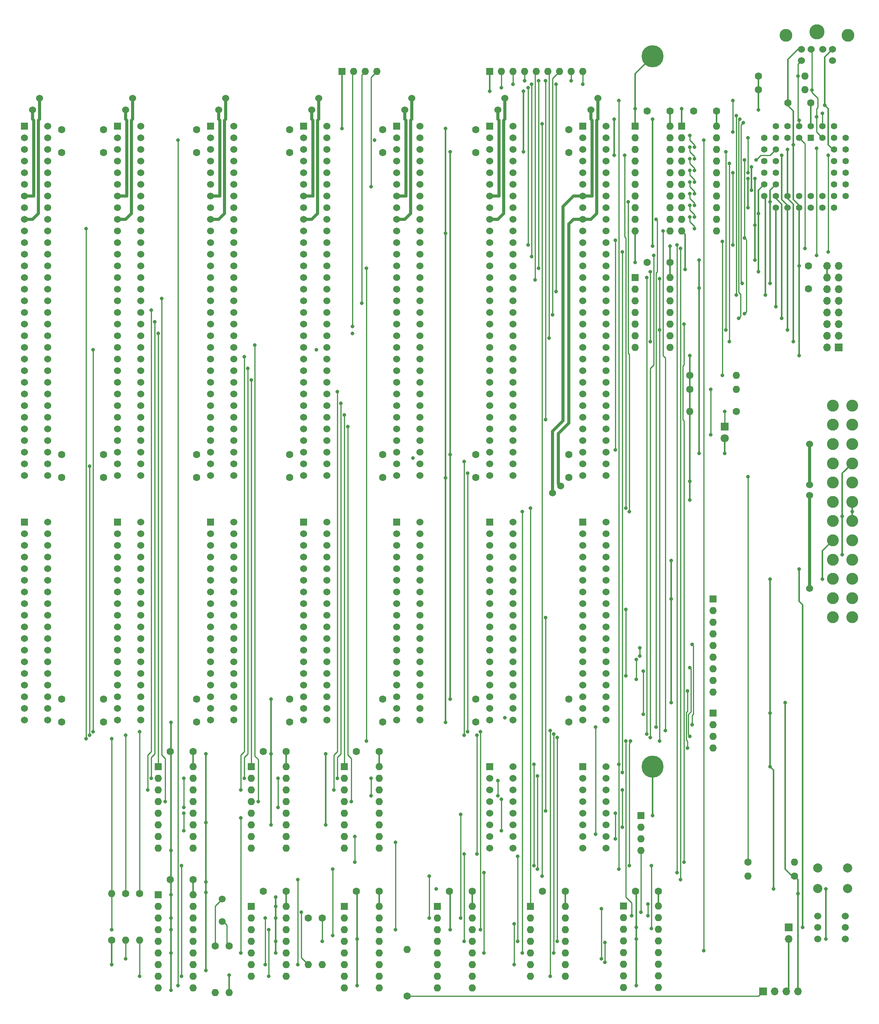
<source format=gbr>
G04 #@! TF.GenerationSoftware,KiCad,Pcbnew,(5.1.8)-1*
G04 #@! TF.CreationDate,2021-12-28T18:56:52-07:00*
G04 #@! TF.ProjectId,Multi,4d756c74-692e-46b6-9963-61645f706362,rev?*
G04 #@! TF.SameCoordinates,Original*
G04 #@! TF.FileFunction,Copper,L2,Bot*
G04 #@! TF.FilePolarity,Positive*
%FSLAX46Y46*%
G04 Gerber Fmt 4.6, Leading zero omitted, Abs format (unit mm)*
G04 Created by KiCad (PCBNEW (5.1.8)-1) date 2021-12-28 18:56:52*
%MOMM*%
%LPD*%
G01*
G04 APERTURE LIST*
G04 #@! TA.AperFunction,ComponentPad*
%ADD10R,1.600000X1.600000*%
G04 #@! TD*
G04 #@! TA.AperFunction,ComponentPad*
%ADD11O,1.600000X1.600000*%
G04 #@! TD*
G04 #@! TA.AperFunction,ComponentPad*
%ADD12C,1.600000*%
G04 #@! TD*
G04 #@! TA.AperFunction,ComponentPad*
%ADD13C,1.524000*%
G04 #@! TD*
G04 #@! TA.AperFunction,ComponentPad*
%ADD14R,1.524000X1.524000*%
G04 #@! TD*
G04 #@! TA.AperFunction,ComponentPad*
%ADD15C,4.826000*%
G04 #@! TD*
G04 #@! TA.AperFunction,ComponentPad*
%ADD16O,1.700000X1.700000*%
G04 #@! TD*
G04 #@! TA.AperFunction,ComponentPad*
%ADD17R,1.700000X1.700000*%
G04 #@! TD*
G04 #@! TA.AperFunction,ComponentPad*
%ADD18C,2.000000*%
G04 #@! TD*
G04 #@! TA.AperFunction,ComponentPad*
%ADD19C,1.800000*%
G04 #@! TD*
G04 #@! TA.AperFunction,ComponentPad*
%ADD20R,1.800000X1.800000*%
G04 #@! TD*
G04 #@! TA.AperFunction,ComponentPad*
%ADD21C,2.590800*%
G04 #@! TD*
G04 #@! TA.AperFunction,ComponentPad*
%ADD22C,2.794000*%
G04 #@! TD*
G04 #@! TA.AperFunction,ComponentPad*
%ADD23C,3.302000*%
G04 #@! TD*
G04 #@! TA.AperFunction,ComponentPad*
%ADD24C,1.500000*%
G04 #@! TD*
G04 #@! TA.AperFunction,ComponentPad*
%ADD25R,1.422400X1.422400*%
G04 #@! TD*
G04 #@! TA.AperFunction,ComponentPad*
%ADD26C,1.422400*%
G04 #@! TD*
G04 #@! TA.AperFunction,ViaPad*
%ADD27C,0.800000*%
G04 #@! TD*
G04 #@! TA.AperFunction,Conductor*
%ADD28C,0.330200*%
G04 #@! TD*
G04 #@! TA.AperFunction,Conductor*
%ADD29C,0.250000*%
G04 #@! TD*
G04 #@! TA.AperFunction,Conductor*
%ADD30C,0.635000*%
G04 #@! TD*
G04 #@! TA.AperFunction,Conductor*
%ADD31C,0.304800*%
G04 #@! TD*
G04 APERTURE END LIST*
D10*
G04 #@! TO.P,U15,1*
G04 #@! TO.N,/GND*
X93726000Y-43942000D03*
D11*
G04 #@! TO.P,U15,11*
G04 #@! TO.N,/PORT_0X61_CS*
X101346000Y-66802000D03*
G04 #@! TO.P,U15,2*
G04 #@! TO.N,/D7*
X93726000Y-46482000D03*
G04 #@! TO.P,U15,12*
G04 #@! TO.N,/SPK_GO*
X101346000Y-64262000D03*
G04 #@! TO.P,U15,3*
G04 #@! TO.N,/D6*
X93726000Y-49022000D03*
G04 #@! TO.P,U15,13*
G04 #@! TO.N,/SPK_EN*
X101346000Y-61722000D03*
G04 #@! TO.P,U15,4*
G04 #@! TO.N,/D5*
X93726000Y-51562000D03*
G04 #@! TO.P,U15,14*
G04 #@! TO.N,/P61_2*
X101346000Y-59182000D03*
G04 #@! TO.P,U15,5*
G04 #@! TO.N,/D4*
X93726000Y-54102000D03*
G04 #@! TO.P,U15,15*
G04 #@! TO.N,/P61_3*
X101346000Y-56642000D03*
G04 #@! TO.P,U15,6*
G04 #@! TO.N,/D3*
X93726000Y-56642000D03*
G04 #@! TO.P,U15,16*
G04 #@! TO.N,/P61_4*
X101346000Y-54102000D03*
G04 #@! TO.P,U15,7*
G04 #@! TO.N,/D2*
X93726000Y-59182000D03*
G04 #@! TO.P,U15,17*
G04 #@! TO.N,/NMI_EN*
X101346000Y-51562000D03*
G04 #@! TO.P,U15,8*
G04 #@! TO.N,/D1*
X93726000Y-61722000D03*
G04 #@! TO.P,U15,18*
G04 #@! TO.N,/P61_6*
X101346000Y-49022000D03*
G04 #@! TO.P,U15,9*
G04 #@! TO.N,/D0*
X93726000Y-64262000D03*
G04 #@! TO.P,U15,19*
G04 #@! TO.N,/P61_7*
X101346000Y-46482000D03*
G04 #@! TO.P,U15,10*
G04 #@! TO.N,/GND*
X93726000Y-66802000D03*
G04 #@! TO.P,U15,20*
G04 #@! TO.N,/5+*
X101346000Y-43942000D03*
G04 #@! TD*
G04 #@! TO.P,U2,20*
G04 #@! TO.N,/5+*
X111506000Y-43942000D03*
G04 #@! TO.P,U2,10*
G04 #@! TO.N,/GND*
X103886000Y-66802000D03*
G04 #@! TO.P,U2,19*
G04 #@! TO.N,/PORT_61_RD*
X111506000Y-46482000D03*
G04 #@! TO.P,U2,9*
G04 #@! TO.N,/D0*
X103886000Y-64262000D03*
G04 #@! TO.P,U2,18*
G04 #@! TO.N,/P61_7*
X111506000Y-49022000D03*
G04 #@! TO.P,U2,8*
G04 #@! TO.N,/D1*
X103886000Y-61722000D03*
G04 #@! TO.P,U2,17*
G04 #@! TO.N,/P61_6*
X111506000Y-51562000D03*
G04 #@! TO.P,U2,7*
G04 #@! TO.N,/D2*
X103886000Y-59182000D03*
G04 #@! TO.P,U2,16*
G04 #@! TO.N,/NMI_EN*
X111506000Y-54102000D03*
G04 #@! TO.P,U2,6*
G04 #@! TO.N,/D3*
X103886000Y-56642000D03*
G04 #@! TO.P,U2,15*
G04 #@! TO.N,/P61_4*
X111506000Y-56642000D03*
G04 #@! TO.P,U2,5*
G04 #@! TO.N,/D4*
X103886000Y-54102000D03*
G04 #@! TO.P,U2,14*
G04 #@! TO.N,/P61_3*
X111506000Y-59182000D03*
G04 #@! TO.P,U2,4*
G04 #@! TO.N,/D5*
X103886000Y-51562000D03*
G04 #@! TO.P,U2,13*
G04 #@! TO.N,/P61_2*
X111506000Y-61722000D03*
G04 #@! TO.P,U2,3*
G04 #@! TO.N,/D6*
X103886000Y-49022000D03*
G04 #@! TO.P,U2,12*
G04 #@! TO.N,/SPK_EN*
X111506000Y-64262000D03*
G04 #@! TO.P,U2,2*
G04 #@! TO.N,/D7*
X103886000Y-46482000D03*
G04 #@! TO.P,U2,11*
G04 #@! TO.N,/SPK_GO*
X111506000Y-66802000D03*
D10*
G04 #@! TO.P,U2,1*
G04 #@! TO.N,/GND*
X103886000Y-43942000D03*
G04 #@! TD*
D11*
G04 #@! TO.P,U1,16*
G04 #@! TO.N,/5+*
X98801000Y-214091000D03*
G04 #@! TO.P,U1,8*
G04 #@! TO.N,/GND*
X91181000Y-231871000D03*
G04 #@! TO.P,U1,15*
G04 #@! TO.N,/IO_0061*
X98801000Y-216631000D03*
G04 #@! TO.P,U1,7*
G04 #@! TO.N,Net-(U1-Pad7)*
X91181000Y-229331000D03*
G04 #@! TO.P,U1,14*
G04 #@! TO.N,/IORD*
X98801000Y-219171000D03*
G04 #@! TO.P,U1,6*
G04 #@! TO.N,Net-(U1-Pad6)*
X91181000Y-226791000D03*
G04 #@! TO.P,U1,13*
G04 #@! TO.N,/GND*
X98801000Y-221711000D03*
G04 #@! TO.P,U1,5*
G04 #@! TO.N,Net-(U1-Pad5)*
X91181000Y-224251000D03*
G04 #@! TO.P,U1,12*
G04 #@! TO.N,/PORT_61_RD*
X98801000Y-224251000D03*
G04 #@! TO.P,U1,4*
G04 #@! TO.N,/PORT_0X61_EN*
X91181000Y-221711000D03*
G04 #@! TO.P,U1,11*
G04 #@! TO.N,Net-(U1-Pad11)*
X98801000Y-226791000D03*
G04 #@! TO.P,U1,3*
G04 #@! TO.N,/GND*
X91181000Y-219171000D03*
G04 #@! TO.P,U1,10*
G04 #@! TO.N,Net-(U1-Pad10)*
X98801000Y-229331000D03*
G04 #@! TO.P,U1,2*
G04 #@! TO.N,/IOWR*
X91181000Y-216631000D03*
G04 #@! TO.P,U1,9*
G04 #@! TO.N,Net-(U1-Pad9)*
X98801000Y-231871000D03*
D10*
G04 #@! TO.P,U1,1*
G04 #@! TO.N,/IO_0061*
X91181000Y-214091000D03*
G04 #@! TD*
D12*
G04 #@! TO.P,C34,2*
G04 #@! TO.N,/5+*
X98806000Y-210820000D03*
G04 #@! TO.P,C34,1*
G04 #@! TO.N,/GND*
X93806000Y-210820000D03*
G04 #@! TD*
G04 #@! TO.P,C33,2*
G04 #@! TO.N,/5+*
X111506000Y-40640000D03*
G04 #@! TO.P,C33,1*
G04 #@! TO.N,/GND*
X106506000Y-40640000D03*
G04 #@! TD*
D11*
G04 #@! TO.P,RN5,9*
G04 #@! TO.N,Net-(RN5-Pad9)*
X110744000Y-167386000D03*
G04 #@! TO.P,RN5,8*
G04 #@! TO.N,/DACK0*
X110744000Y-164846000D03*
G04 #@! TO.P,RN5,7*
G04 #@! TO.N,/MASTER*
X110744000Y-162306000D03*
G04 #@! TO.P,RN5,6*
G04 #@! TO.N,/DACK7*
X110744000Y-159766000D03*
G04 #@! TO.P,RN5,5*
G04 #@! TO.N,/DACK6*
X110744000Y-157226000D03*
G04 #@! TO.P,RN5,4*
G04 #@! TO.N,/DACK5*
X110744000Y-154686000D03*
G04 #@! TO.P,RN5,3*
G04 #@! TO.N,/MEMW*
X110744000Y-152146000D03*
G04 #@! TO.P,RN5,2*
G04 #@! TO.N,/MEMR*
X110744000Y-149606000D03*
D10*
G04 #@! TO.P,RN5,1*
G04 #@! TO.N,/5+*
X110744000Y-147066000D03*
G04 #@! TD*
D11*
G04 #@! TO.P,RN4,4*
G04 #@! TO.N,/DRQ7*
X110744000Y-179578000D03*
G04 #@! TO.P,RN4,3*
G04 #@! TO.N,/DRQ6*
X110744000Y-177038000D03*
G04 #@! TO.P,RN4,2*
G04 #@! TO.N,/DRQ5*
X110744000Y-174498000D03*
D10*
G04 #@! TO.P,RN4,1*
G04 #@! TO.N,/GND*
X110744000Y-171958000D03*
G04 #@! TD*
D13*
G04 #@! TO.P,J20,36*
G04 #@! TO.N,/SBHE*
X87376000Y-130302000D03*
G04 #@! TO.P,J20,35*
G04 #@! TO.N,/LA23*
X87376000Y-132842000D03*
G04 #@! TO.P,J20,34*
G04 #@! TO.N,/LA22*
X87376000Y-135382000D03*
G04 #@! TO.P,J20,33*
G04 #@! TO.N,/LA21*
X87376000Y-137922000D03*
G04 #@! TO.P,J20,32*
G04 #@! TO.N,/LA20*
X87376000Y-140462000D03*
G04 #@! TO.P,J20,31*
G04 #@! TO.N,/LA19*
X87376000Y-143002000D03*
G04 #@! TO.P,J20,30*
G04 #@! TO.N,/LA18*
X87376000Y-145542000D03*
G04 #@! TO.P,J20,29*
G04 #@! TO.N,/LA17*
X87376000Y-148082000D03*
G04 #@! TO.P,J20,28*
G04 #@! TO.N,/MEMR*
X87376000Y-150622000D03*
G04 #@! TO.P,J20,27*
G04 #@! TO.N,/MEMW*
X87376000Y-153162000D03*
G04 #@! TO.P,J20,26*
G04 #@! TO.N,/D8*
X87376000Y-155702000D03*
G04 #@! TO.P,J20,25*
G04 #@! TO.N,/D9*
X87376000Y-158242000D03*
G04 #@! TO.P,J20,24*
G04 #@! TO.N,/D10*
X87376000Y-160782000D03*
G04 #@! TO.P,J20,23*
G04 #@! TO.N,/D11*
X87376000Y-163322000D03*
G04 #@! TO.P,J20,22*
G04 #@! TO.N,/D12*
X87376000Y-165862000D03*
G04 #@! TO.P,J20,21*
G04 #@! TO.N,/D13*
X87376000Y-168402000D03*
G04 #@! TO.P,J20,20*
G04 #@! TO.N,/D14*
X87376000Y-170942000D03*
G04 #@! TO.P,J20,19*
G04 #@! TO.N,/D15*
X87376000Y-173482000D03*
G04 #@! TO.P,J20,18*
G04 #@! TO.N,/GND*
X82296000Y-173482000D03*
G04 #@! TO.P,J20,17*
G04 #@! TO.N,/MASTER*
X82296000Y-170942000D03*
G04 #@! TO.P,J20,15*
G04 #@! TO.N,/DRQ7*
X82296000Y-165862000D03*
G04 #@! TO.P,J20,14*
G04 #@! TO.N,/DACK7*
X82296000Y-163322000D03*
G04 #@! TO.P,J20,13*
G04 #@! TO.N,/DRQ6*
X82296000Y-160782000D03*
G04 #@! TO.P,J20,12*
G04 #@! TO.N,/DACK6*
X82296000Y-158242000D03*
G04 #@! TO.P,J20,11*
G04 #@! TO.N,/DRQ5*
X82296000Y-155702000D03*
G04 #@! TO.P,J20,10*
G04 #@! TO.N,/DACK5*
X82296000Y-153162000D03*
G04 #@! TO.P,J20,9*
G04 #@! TO.N,/DRQ0*
X82296000Y-150622000D03*
G04 #@! TO.P,J20,16*
G04 #@! TO.N,/5+*
X82296000Y-168402000D03*
D14*
G04 #@! TO.P,J20,1*
G04 #@! TO.N,/MEMCS16*
X82296000Y-130302000D03*
D13*
G04 #@! TO.P,J20,2*
G04 #@! TO.N,/IOCS16*
X82296000Y-132842000D03*
G04 #@! TO.P,J20,3*
G04 #@! TO.N,/IRQ10*
X82296000Y-135382000D03*
G04 #@! TO.P,J20,4*
G04 #@! TO.N,/IRQ11*
X82296000Y-137922000D03*
G04 #@! TO.P,J20,5*
G04 #@! TO.N,/IRQ12*
X82296000Y-140462000D03*
G04 #@! TO.P,J20,6*
G04 #@! TO.N,/IRQ15*
X82296000Y-143002000D03*
G04 #@! TO.P,J20,7*
G04 #@! TO.N,/IRQ14*
X82296000Y-145542000D03*
G04 #@! TO.P,J20,8*
G04 #@! TO.N,/DACK0*
X82296000Y-148082000D03*
G04 #@! TD*
G04 #@! TO.P,J19,36*
G04 #@! TO.N,/SBHE*
X67056000Y-130302000D03*
G04 #@! TO.P,J19,35*
G04 #@! TO.N,/LA23*
X67056000Y-132842000D03*
G04 #@! TO.P,J19,34*
G04 #@! TO.N,/LA22*
X67056000Y-135382000D03*
G04 #@! TO.P,J19,33*
G04 #@! TO.N,/LA21*
X67056000Y-137922000D03*
G04 #@! TO.P,J19,32*
G04 #@! TO.N,/LA20*
X67056000Y-140462000D03*
G04 #@! TO.P,J19,31*
G04 #@! TO.N,/LA19*
X67056000Y-143002000D03*
G04 #@! TO.P,J19,30*
G04 #@! TO.N,/LA18*
X67056000Y-145542000D03*
G04 #@! TO.P,J19,29*
G04 #@! TO.N,/LA17*
X67056000Y-148082000D03*
G04 #@! TO.P,J19,28*
G04 #@! TO.N,/MEMR*
X67056000Y-150622000D03*
G04 #@! TO.P,J19,27*
G04 #@! TO.N,/MEMW*
X67056000Y-153162000D03*
G04 #@! TO.P,J19,26*
G04 #@! TO.N,/D8*
X67056000Y-155702000D03*
G04 #@! TO.P,J19,25*
G04 #@! TO.N,/D9*
X67056000Y-158242000D03*
G04 #@! TO.P,J19,24*
G04 #@! TO.N,/D10*
X67056000Y-160782000D03*
G04 #@! TO.P,J19,23*
G04 #@! TO.N,/D11*
X67056000Y-163322000D03*
G04 #@! TO.P,J19,22*
G04 #@! TO.N,/D12*
X67056000Y-165862000D03*
G04 #@! TO.P,J19,21*
G04 #@! TO.N,/D13*
X67056000Y-168402000D03*
G04 #@! TO.P,J19,20*
G04 #@! TO.N,/D14*
X67056000Y-170942000D03*
G04 #@! TO.P,J19,19*
G04 #@! TO.N,/D15*
X67056000Y-173482000D03*
G04 #@! TO.P,J19,18*
G04 #@! TO.N,/GND*
X61976000Y-173482000D03*
G04 #@! TO.P,J19,17*
G04 #@! TO.N,/MASTER*
X61976000Y-170942000D03*
G04 #@! TO.P,J19,15*
G04 #@! TO.N,/DRQ7*
X61976000Y-165862000D03*
G04 #@! TO.P,J19,14*
G04 #@! TO.N,/DACK7*
X61976000Y-163322000D03*
G04 #@! TO.P,J19,13*
G04 #@! TO.N,/DRQ6*
X61976000Y-160782000D03*
G04 #@! TO.P,J19,12*
G04 #@! TO.N,/DACK6*
X61976000Y-158242000D03*
G04 #@! TO.P,J19,11*
G04 #@! TO.N,/DRQ5*
X61976000Y-155702000D03*
G04 #@! TO.P,J19,10*
G04 #@! TO.N,/DACK5*
X61976000Y-153162000D03*
G04 #@! TO.P,J19,9*
G04 #@! TO.N,/DRQ0*
X61976000Y-150622000D03*
G04 #@! TO.P,J19,16*
G04 #@! TO.N,/5+*
X61976000Y-168402000D03*
D14*
G04 #@! TO.P,J19,1*
G04 #@! TO.N,/MEMCS16*
X61976000Y-130302000D03*
D13*
G04 #@! TO.P,J19,2*
G04 #@! TO.N,/IOCS16*
X61976000Y-132842000D03*
G04 #@! TO.P,J19,3*
G04 #@! TO.N,/IRQ10*
X61976000Y-135382000D03*
G04 #@! TO.P,J19,4*
G04 #@! TO.N,/IRQ11*
X61976000Y-137922000D03*
G04 #@! TO.P,J19,5*
G04 #@! TO.N,/IRQ12*
X61976000Y-140462000D03*
G04 #@! TO.P,J19,6*
G04 #@! TO.N,/IRQ15*
X61976000Y-143002000D03*
G04 #@! TO.P,J19,7*
G04 #@! TO.N,/IRQ14*
X61976000Y-145542000D03*
G04 #@! TO.P,J19,8*
G04 #@! TO.N,/DACK0*
X61976000Y-148082000D03*
G04 #@! TD*
G04 #@! TO.P,J18,36*
G04 #@! TO.N,/SBHE*
X46736000Y-130302000D03*
G04 #@! TO.P,J18,35*
G04 #@! TO.N,/LA23*
X46736000Y-132842000D03*
G04 #@! TO.P,J18,34*
G04 #@! TO.N,/LA22*
X46736000Y-135382000D03*
G04 #@! TO.P,J18,33*
G04 #@! TO.N,/LA21*
X46736000Y-137922000D03*
G04 #@! TO.P,J18,32*
G04 #@! TO.N,/LA20*
X46736000Y-140462000D03*
G04 #@! TO.P,J18,31*
G04 #@! TO.N,/LA19*
X46736000Y-143002000D03*
G04 #@! TO.P,J18,30*
G04 #@! TO.N,/LA18*
X46736000Y-145542000D03*
G04 #@! TO.P,J18,29*
G04 #@! TO.N,/LA17*
X46736000Y-148082000D03*
G04 #@! TO.P,J18,28*
G04 #@! TO.N,/MEMR*
X46736000Y-150622000D03*
G04 #@! TO.P,J18,27*
G04 #@! TO.N,/MEMW*
X46736000Y-153162000D03*
G04 #@! TO.P,J18,26*
G04 #@! TO.N,/D8*
X46736000Y-155702000D03*
G04 #@! TO.P,J18,25*
G04 #@! TO.N,/D9*
X46736000Y-158242000D03*
G04 #@! TO.P,J18,24*
G04 #@! TO.N,/D10*
X46736000Y-160782000D03*
G04 #@! TO.P,J18,23*
G04 #@! TO.N,/D11*
X46736000Y-163322000D03*
G04 #@! TO.P,J18,22*
G04 #@! TO.N,/D12*
X46736000Y-165862000D03*
G04 #@! TO.P,J18,21*
G04 #@! TO.N,/D13*
X46736000Y-168402000D03*
G04 #@! TO.P,J18,20*
G04 #@! TO.N,/D14*
X46736000Y-170942000D03*
G04 #@! TO.P,J18,19*
G04 #@! TO.N,/D15*
X46736000Y-173482000D03*
G04 #@! TO.P,J18,18*
G04 #@! TO.N,/GND*
X41656000Y-173482000D03*
G04 #@! TO.P,J18,17*
G04 #@! TO.N,/MASTER*
X41656000Y-170942000D03*
G04 #@! TO.P,J18,15*
G04 #@! TO.N,/DRQ7*
X41656000Y-165862000D03*
G04 #@! TO.P,J18,14*
G04 #@! TO.N,/DACK7*
X41656000Y-163322000D03*
G04 #@! TO.P,J18,13*
G04 #@! TO.N,/DRQ6*
X41656000Y-160782000D03*
G04 #@! TO.P,J18,12*
G04 #@! TO.N,/DACK6*
X41656000Y-158242000D03*
G04 #@! TO.P,J18,11*
G04 #@! TO.N,/DRQ5*
X41656000Y-155702000D03*
G04 #@! TO.P,J18,10*
G04 #@! TO.N,/DACK5*
X41656000Y-153162000D03*
G04 #@! TO.P,J18,9*
G04 #@! TO.N,/DRQ0*
X41656000Y-150622000D03*
G04 #@! TO.P,J18,16*
G04 #@! TO.N,/5+*
X41656000Y-168402000D03*
D14*
G04 #@! TO.P,J18,1*
G04 #@! TO.N,/MEMCS16*
X41656000Y-130302000D03*
D13*
G04 #@! TO.P,J18,2*
G04 #@! TO.N,/IOCS16*
X41656000Y-132842000D03*
G04 #@! TO.P,J18,3*
G04 #@! TO.N,/IRQ10*
X41656000Y-135382000D03*
G04 #@! TO.P,J18,4*
G04 #@! TO.N,/IRQ11*
X41656000Y-137922000D03*
G04 #@! TO.P,J18,5*
G04 #@! TO.N,/IRQ12*
X41656000Y-140462000D03*
G04 #@! TO.P,J18,6*
G04 #@! TO.N,/IRQ15*
X41656000Y-143002000D03*
G04 #@! TO.P,J18,7*
G04 #@! TO.N,/IRQ14*
X41656000Y-145542000D03*
G04 #@! TO.P,J18,8*
G04 #@! TO.N,/DACK0*
X41656000Y-148082000D03*
G04 #@! TD*
G04 #@! TO.P,J17,36*
G04 #@! TO.N,/SBHE*
X26416000Y-130302000D03*
G04 #@! TO.P,J17,35*
G04 #@! TO.N,/LA23*
X26416000Y-132842000D03*
G04 #@! TO.P,J17,34*
G04 #@! TO.N,/LA22*
X26416000Y-135382000D03*
G04 #@! TO.P,J17,33*
G04 #@! TO.N,/LA21*
X26416000Y-137922000D03*
G04 #@! TO.P,J17,32*
G04 #@! TO.N,/LA20*
X26416000Y-140462000D03*
G04 #@! TO.P,J17,31*
G04 #@! TO.N,/LA19*
X26416000Y-143002000D03*
G04 #@! TO.P,J17,30*
G04 #@! TO.N,/LA18*
X26416000Y-145542000D03*
G04 #@! TO.P,J17,29*
G04 #@! TO.N,/LA17*
X26416000Y-148082000D03*
G04 #@! TO.P,J17,28*
G04 #@! TO.N,/MEMR*
X26416000Y-150622000D03*
G04 #@! TO.P,J17,27*
G04 #@! TO.N,/MEMW*
X26416000Y-153162000D03*
G04 #@! TO.P,J17,26*
G04 #@! TO.N,/D8*
X26416000Y-155702000D03*
G04 #@! TO.P,J17,25*
G04 #@! TO.N,/D9*
X26416000Y-158242000D03*
G04 #@! TO.P,J17,24*
G04 #@! TO.N,/D10*
X26416000Y-160782000D03*
G04 #@! TO.P,J17,23*
G04 #@! TO.N,/D11*
X26416000Y-163322000D03*
G04 #@! TO.P,J17,22*
G04 #@! TO.N,/D12*
X26416000Y-165862000D03*
G04 #@! TO.P,J17,21*
G04 #@! TO.N,/D13*
X26416000Y-168402000D03*
G04 #@! TO.P,J17,20*
G04 #@! TO.N,/D14*
X26416000Y-170942000D03*
G04 #@! TO.P,J17,19*
G04 #@! TO.N,/D15*
X26416000Y-173482000D03*
G04 #@! TO.P,J17,18*
G04 #@! TO.N,/GND*
X21336000Y-173482000D03*
G04 #@! TO.P,J17,17*
G04 #@! TO.N,/MASTER*
X21336000Y-170942000D03*
G04 #@! TO.P,J17,15*
G04 #@! TO.N,/DRQ7*
X21336000Y-165862000D03*
G04 #@! TO.P,J17,14*
G04 #@! TO.N,/DACK7*
X21336000Y-163322000D03*
G04 #@! TO.P,J17,13*
G04 #@! TO.N,/DRQ6*
X21336000Y-160782000D03*
G04 #@! TO.P,J17,12*
G04 #@! TO.N,/DACK6*
X21336000Y-158242000D03*
G04 #@! TO.P,J17,11*
G04 #@! TO.N,/DRQ5*
X21336000Y-155702000D03*
G04 #@! TO.P,J17,10*
G04 #@! TO.N,/DACK5*
X21336000Y-153162000D03*
G04 #@! TO.P,J17,9*
G04 #@! TO.N,/DRQ0*
X21336000Y-150622000D03*
G04 #@! TO.P,J17,16*
G04 #@! TO.N,/5+*
X21336000Y-168402000D03*
D14*
G04 #@! TO.P,J17,1*
G04 #@! TO.N,/MEMCS16*
X21336000Y-130302000D03*
D13*
G04 #@! TO.P,J17,2*
G04 #@! TO.N,/IOCS16*
X21336000Y-132842000D03*
G04 #@! TO.P,J17,3*
G04 #@! TO.N,/IRQ10*
X21336000Y-135382000D03*
G04 #@! TO.P,J17,4*
G04 #@! TO.N,/IRQ11*
X21336000Y-137922000D03*
G04 #@! TO.P,J17,5*
G04 #@! TO.N,/IRQ12*
X21336000Y-140462000D03*
G04 #@! TO.P,J17,6*
G04 #@! TO.N,/IRQ15*
X21336000Y-143002000D03*
G04 #@! TO.P,J17,7*
G04 #@! TO.N,/IRQ14*
X21336000Y-145542000D03*
G04 #@! TO.P,J17,8*
G04 #@! TO.N,/DACK0*
X21336000Y-148082000D03*
G04 #@! TD*
G04 #@! TO.P,J16,36*
G04 #@! TO.N,/SBHE*
X6096000Y-130302000D03*
G04 #@! TO.P,J16,35*
G04 #@! TO.N,/LA23*
X6096000Y-132842000D03*
G04 #@! TO.P,J16,34*
G04 #@! TO.N,/LA22*
X6096000Y-135382000D03*
G04 #@! TO.P,J16,33*
G04 #@! TO.N,/LA21*
X6096000Y-137922000D03*
G04 #@! TO.P,J16,32*
G04 #@! TO.N,/LA20*
X6096000Y-140462000D03*
G04 #@! TO.P,J16,31*
G04 #@! TO.N,/LA19*
X6096000Y-143002000D03*
G04 #@! TO.P,J16,30*
G04 #@! TO.N,/LA18*
X6096000Y-145542000D03*
G04 #@! TO.P,J16,29*
G04 #@! TO.N,/LA17*
X6096000Y-148082000D03*
G04 #@! TO.P,J16,28*
G04 #@! TO.N,/MEMR*
X6096000Y-150622000D03*
G04 #@! TO.P,J16,27*
G04 #@! TO.N,/MEMW*
X6096000Y-153162000D03*
G04 #@! TO.P,J16,26*
G04 #@! TO.N,/D8*
X6096000Y-155702000D03*
G04 #@! TO.P,J16,25*
G04 #@! TO.N,/D9*
X6096000Y-158242000D03*
G04 #@! TO.P,J16,24*
G04 #@! TO.N,/D10*
X6096000Y-160782000D03*
G04 #@! TO.P,J16,23*
G04 #@! TO.N,/D11*
X6096000Y-163322000D03*
G04 #@! TO.P,J16,22*
G04 #@! TO.N,/D12*
X6096000Y-165862000D03*
G04 #@! TO.P,J16,21*
G04 #@! TO.N,/D13*
X6096000Y-168402000D03*
G04 #@! TO.P,J16,20*
G04 #@! TO.N,/D14*
X6096000Y-170942000D03*
G04 #@! TO.P,J16,19*
G04 #@! TO.N,/D15*
X6096000Y-173482000D03*
G04 #@! TO.P,J16,18*
G04 #@! TO.N,/GND*
X1016000Y-173482000D03*
G04 #@! TO.P,J16,17*
G04 #@! TO.N,/MASTER*
X1016000Y-170942000D03*
G04 #@! TO.P,J16,15*
G04 #@! TO.N,/DRQ7*
X1016000Y-165862000D03*
G04 #@! TO.P,J16,14*
G04 #@! TO.N,/DACK7*
X1016000Y-163322000D03*
G04 #@! TO.P,J16,13*
G04 #@! TO.N,/DRQ6*
X1016000Y-160782000D03*
G04 #@! TO.P,J16,12*
G04 #@! TO.N,/DACK6*
X1016000Y-158242000D03*
G04 #@! TO.P,J16,11*
G04 #@! TO.N,/DRQ5*
X1016000Y-155702000D03*
G04 #@! TO.P,J16,10*
G04 #@! TO.N,/DACK5*
X1016000Y-153162000D03*
G04 #@! TO.P,J16,9*
G04 #@! TO.N,/DRQ0*
X1016000Y-150622000D03*
G04 #@! TO.P,J16,16*
G04 #@! TO.N,/5+*
X1016000Y-168402000D03*
D14*
G04 #@! TO.P,J16,1*
G04 #@! TO.N,/MEMCS16*
X1016000Y-130302000D03*
D13*
G04 #@! TO.P,J16,2*
G04 #@! TO.N,/IOCS16*
X1016000Y-132842000D03*
G04 #@! TO.P,J16,3*
G04 #@! TO.N,/IRQ10*
X1016000Y-135382000D03*
G04 #@! TO.P,J16,4*
G04 #@! TO.N,/IRQ11*
X1016000Y-137922000D03*
G04 #@! TO.P,J16,5*
G04 #@! TO.N,/IRQ12*
X1016000Y-140462000D03*
G04 #@! TO.P,J16,6*
G04 #@! TO.N,/IRQ15*
X1016000Y-143002000D03*
G04 #@! TO.P,J16,7*
G04 #@! TO.N,/IRQ14*
X1016000Y-145542000D03*
G04 #@! TO.P,J16,8*
G04 #@! TO.N,/DACK0*
X1016000Y-148082000D03*
G04 #@! TD*
G04 #@! TO.P,J15,36*
G04 #@! TO.N,/SBHE*
X-14224000Y-130302000D03*
G04 #@! TO.P,J15,35*
G04 #@! TO.N,/LA23*
X-14224000Y-132842000D03*
G04 #@! TO.P,J15,34*
G04 #@! TO.N,/LA22*
X-14224000Y-135382000D03*
G04 #@! TO.P,J15,33*
G04 #@! TO.N,/LA21*
X-14224000Y-137922000D03*
G04 #@! TO.P,J15,32*
G04 #@! TO.N,/LA20*
X-14224000Y-140462000D03*
G04 #@! TO.P,J15,31*
G04 #@! TO.N,/LA19*
X-14224000Y-143002000D03*
G04 #@! TO.P,J15,30*
G04 #@! TO.N,/LA18*
X-14224000Y-145542000D03*
G04 #@! TO.P,J15,29*
G04 #@! TO.N,/LA17*
X-14224000Y-148082000D03*
G04 #@! TO.P,J15,28*
G04 #@! TO.N,/MEMR*
X-14224000Y-150622000D03*
G04 #@! TO.P,J15,27*
G04 #@! TO.N,/MEMW*
X-14224000Y-153162000D03*
G04 #@! TO.P,J15,26*
G04 #@! TO.N,/D8*
X-14224000Y-155702000D03*
G04 #@! TO.P,J15,25*
G04 #@! TO.N,/D9*
X-14224000Y-158242000D03*
G04 #@! TO.P,J15,24*
G04 #@! TO.N,/D10*
X-14224000Y-160782000D03*
G04 #@! TO.P,J15,23*
G04 #@! TO.N,/D11*
X-14224000Y-163322000D03*
G04 #@! TO.P,J15,22*
G04 #@! TO.N,/D12*
X-14224000Y-165862000D03*
G04 #@! TO.P,J15,21*
G04 #@! TO.N,/D13*
X-14224000Y-168402000D03*
G04 #@! TO.P,J15,20*
G04 #@! TO.N,/D14*
X-14224000Y-170942000D03*
G04 #@! TO.P,J15,19*
G04 #@! TO.N,/D15*
X-14224000Y-173482000D03*
G04 #@! TO.P,J15,18*
G04 #@! TO.N,/GND*
X-19304000Y-173482000D03*
G04 #@! TO.P,J15,17*
G04 #@! TO.N,/MASTER*
X-19304000Y-170942000D03*
G04 #@! TO.P,J15,15*
G04 #@! TO.N,/DRQ7*
X-19304000Y-165862000D03*
G04 #@! TO.P,J15,14*
G04 #@! TO.N,/DACK7*
X-19304000Y-163322000D03*
G04 #@! TO.P,J15,13*
G04 #@! TO.N,/DRQ6*
X-19304000Y-160782000D03*
G04 #@! TO.P,J15,12*
G04 #@! TO.N,/DACK6*
X-19304000Y-158242000D03*
G04 #@! TO.P,J15,11*
G04 #@! TO.N,/DRQ5*
X-19304000Y-155702000D03*
G04 #@! TO.P,J15,10*
G04 #@! TO.N,/DACK5*
X-19304000Y-153162000D03*
G04 #@! TO.P,J15,9*
G04 #@! TO.N,/DRQ0*
X-19304000Y-150622000D03*
G04 #@! TO.P,J15,16*
G04 #@! TO.N,/5+*
X-19304000Y-168402000D03*
D14*
G04 #@! TO.P,J15,1*
G04 #@! TO.N,/MEMCS16*
X-19304000Y-130302000D03*
D13*
G04 #@! TO.P,J15,2*
G04 #@! TO.N,/IOCS16*
X-19304000Y-132842000D03*
G04 #@! TO.P,J15,3*
G04 #@! TO.N,/IRQ10*
X-19304000Y-135382000D03*
G04 #@! TO.P,J15,4*
G04 #@! TO.N,/IRQ11*
X-19304000Y-137922000D03*
G04 #@! TO.P,J15,5*
G04 #@! TO.N,/IRQ12*
X-19304000Y-140462000D03*
G04 #@! TO.P,J15,6*
G04 #@! TO.N,/IRQ15*
X-19304000Y-143002000D03*
G04 #@! TO.P,J15,7*
G04 #@! TO.N,/IRQ14*
X-19304000Y-145542000D03*
G04 #@! TO.P,J15,8*
G04 #@! TO.N,/DACK0*
X-19304000Y-148082000D03*
G04 #@! TD*
G04 #@! TO.P,J4,36*
G04 #@! TO.N,/SBHE*
X-34544000Y-130302000D03*
G04 #@! TO.P,J4,35*
G04 #@! TO.N,/LA23*
X-34544000Y-132842000D03*
G04 #@! TO.P,J4,34*
G04 #@! TO.N,/LA22*
X-34544000Y-135382000D03*
G04 #@! TO.P,J4,33*
G04 #@! TO.N,/LA21*
X-34544000Y-137922000D03*
G04 #@! TO.P,J4,32*
G04 #@! TO.N,/LA20*
X-34544000Y-140462000D03*
G04 #@! TO.P,J4,31*
G04 #@! TO.N,/LA19*
X-34544000Y-143002000D03*
G04 #@! TO.P,J4,30*
G04 #@! TO.N,/LA18*
X-34544000Y-145542000D03*
G04 #@! TO.P,J4,29*
G04 #@! TO.N,/LA17*
X-34544000Y-148082000D03*
G04 #@! TO.P,J4,28*
G04 #@! TO.N,/MEMR*
X-34544000Y-150622000D03*
G04 #@! TO.P,J4,27*
G04 #@! TO.N,/MEMW*
X-34544000Y-153162000D03*
G04 #@! TO.P,J4,26*
G04 #@! TO.N,/D8*
X-34544000Y-155702000D03*
G04 #@! TO.P,J4,25*
G04 #@! TO.N,/D9*
X-34544000Y-158242000D03*
G04 #@! TO.P,J4,24*
G04 #@! TO.N,/D10*
X-34544000Y-160782000D03*
G04 #@! TO.P,J4,23*
G04 #@! TO.N,/D11*
X-34544000Y-163322000D03*
G04 #@! TO.P,J4,22*
G04 #@! TO.N,/D12*
X-34544000Y-165862000D03*
G04 #@! TO.P,J4,21*
G04 #@! TO.N,/D13*
X-34544000Y-168402000D03*
G04 #@! TO.P,J4,20*
G04 #@! TO.N,/D14*
X-34544000Y-170942000D03*
G04 #@! TO.P,J4,19*
G04 #@! TO.N,/D15*
X-34544000Y-173482000D03*
G04 #@! TO.P,J4,18*
G04 #@! TO.N,/GND*
X-39624000Y-173482000D03*
G04 #@! TO.P,J4,17*
G04 #@! TO.N,/MASTER*
X-39624000Y-170942000D03*
G04 #@! TO.P,J4,15*
G04 #@! TO.N,/DRQ7*
X-39624000Y-165862000D03*
G04 #@! TO.P,J4,14*
G04 #@! TO.N,/DACK7*
X-39624000Y-163322000D03*
G04 #@! TO.P,J4,13*
G04 #@! TO.N,/DRQ6*
X-39624000Y-160782000D03*
G04 #@! TO.P,J4,12*
G04 #@! TO.N,/DACK6*
X-39624000Y-158242000D03*
G04 #@! TO.P,J4,11*
G04 #@! TO.N,/DRQ5*
X-39624000Y-155702000D03*
G04 #@! TO.P,J4,10*
G04 #@! TO.N,/DACK5*
X-39624000Y-153162000D03*
G04 #@! TO.P,J4,9*
G04 #@! TO.N,/DRQ0*
X-39624000Y-150622000D03*
G04 #@! TO.P,J4,16*
G04 #@! TO.N,/5+*
X-39624000Y-168402000D03*
D14*
G04 #@! TO.P,J4,1*
G04 #@! TO.N,/MEMCS16*
X-39624000Y-130302000D03*
D13*
G04 #@! TO.P,J4,2*
G04 #@! TO.N,/IOCS16*
X-39624000Y-132842000D03*
G04 #@! TO.P,J4,3*
G04 #@! TO.N,/IRQ10*
X-39624000Y-135382000D03*
G04 #@! TO.P,J4,4*
G04 #@! TO.N,/IRQ11*
X-39624000Y-137922000D03*
G04 #@! TO.P,J4,5*
G04 #@! TO.N,/IRQ12*
X-39624000Y-140462000D03*
G04 #@! TO.P,J4,6*
G04 #@! TO.N,/IRQ15*
X-39624000Y-143002000D03*
G04 #@! TO.P,J4,7*
G04 #@! TO.N,/IRQ14*
X-39624000Y-145542000D03*
G04 #@! TO.P,J4,8*
G04 #@! TO.N,/DACK0*
X-39624000Y-148082000D03*
G04 #@! TD*
D12*
G04 #@! TO.P,C32,2*
G04 #@! TO.N,/5+*
X58928000Y-168910000D03*
G04 #@! TO.P,C32,1*
G04 #@! TO.N,/GND*
X58928000Y-173910000D03*
G04 #@! TD*
G04 #@! TO.P,C31,2*
G04 #@! TO.N,/5+*
X38608000Y-168910000D03*
G04 #@! TO.P,C31,1*
G04 #@! TO.N,/GND*
X38608000Y-173910000D03*
G04 #@! TD*
G04 #@! TO.P,C30,2*
G04 #@! TO.N,/5+*
X-2032000Y-168910000D03*
G04 #@! TO.P,C30,1*
G04 #@! TO.N,/GND*
X-2032000Y-173910000D03*
G04 #@! TD*
G04 #@! TO.P,C21,2*
G04 #@! TO.N,/5+*
X79248000Y-168910000D03*
G04 #@! TO.P,C21,1*
G04 #@! TO.N,/GND*
X79248000Y-173910000D03*
G04 #@! TD*
G04 #@! TO.P,C20,2*
G04 #@! TO.N,/5+*
X-31496000Y-168910000D03*
G04 #@! TO.P,C20,1*
G04 #@! TO.N,/GND*
X-31496000Y-173910000D03*
G04 #@! TD*
G04 #@! TO.P,C19,2*
G04 #@! TO.N,/5+*
X18288000Y-168910000D03*
G04 #@! TO.P,C19,1*
G04 #@! TO.N,/GND*
X18288000Y-173910000D03*
G04 #@! TD*
G04 #@! TO.P,C18,2*
G04 #@! TO.N,/5+*
X-22352000Y-168910000D03*
G04 #@! TO.P,C18,1*
G04 #@! TO.N,/GND*
X-22352000Y-173910000D03*
G04 #@! TD*
D11*
G04 #@! TO.P,RN3,4*
G04 #@! TO.N,/NMI_EN*
X94996000Y-201930000D03*
G04 #@! TO.P,RN3,3*
G04 #@! TO.N,/DRQ0*
X94996000Y-199390000D03*
G04 #@! TO.P,RN3,2*
G04 #@! TO.N,/HOLD*
X94996000Y-196850000D03*
D10*
G04 #@! TO.P,RN3,1*
G04 #@! TO.N,/GND*
X94996000Y-194310000D03*
G04 #@! TD*
D13*
G04 #@! TO.P,R,1*
G04 #@! TO.N,/12+*
X-36322000Y-37846000D03*
G04 #@! TD*
G04 #@! TO.P,R,1*
G04 #@! TO.N,/12-*
X-37846000Y-40386000D03*
G04 #@! TD*
G04 #@! TO.P,R,1*
G04 #@! TO.N,/12+*
X-16002000Y-37846000D03*
G04 #@! TD*
G04 #@! TO.P,R,1*
G04 #@! TO.N,/12-*
X-17526000Y-40386000D03*
G04 #@! TD*
G04 #@! TO.P,R,1*
G04 #@! TO.N,/12+*
X4318000Y-37846000D03*
G04 #@! TD*
G04 #@! TO.P,R,1*
G04 #@! TO.N,/12-*
X2794000Y-40386000D03*
G04 #@! TD*
D12*
G04 #@! TO.P,C17,2*
G04 #@! TO.N,/5+*
X-2032000Y-49704000D03*
G04 #@! TO.P,C17,1*
G04 #@! TO.N,/GND*
X-2032000Y-44704000D03*
G04 #@! TD*
G04 #@! TO.P,C16,2*
G04 #@! TO.N,/5+*
X-2032000Y-115570000D03*
G04 #@! TO.P,C16,1*
G04 #@! TO.N,/GND*
X-2032000Y-120570000D03*
G04 #@! TD*
G04 #@! TO.P,C15,2*
G04 #@! TO.N,/5+*
X-22352000Y-49704000D03*
G04 #@! TO.P,C15,1*
G04 #@! TO.N,/GND*
X-22352000Y-44704000D03*
G04 #@! TD*
G04 #@! TO.P,C14,2*
G04 #@! TO.N,/5+*
X18288000Y-115570000D03*
G04 #@! TO.P,C14,1*
G04 #@! TO.N,/GND*
X18288000Y-120570000D03*
G04 #@! TD*
G04 #@! TO.P,C13,2*
G04 #@! TO.N,/5+*
X18288000Y-49704000D03*
G04 #@! TO.P,C13,1*
G04 #@! TO.N,/GND*
X18288000Y-44704000D03*
G04 #@! TD*
G04 #@! TO.P,C11,2*
G04 #@! TO.N,/5+*
X-22352000Y-115570000D03*
G04 #@! TO.P,C11,1*
G04 #@! TO.N,/GND*
X-22352000Y-120570000D03*
G04 #@! TD*
G04 #@! TO.P,C27,2*
G04 #@! TO.N,/5+*
X-31496000Y-115570000D03*
G04 #@! TO.P,C27,1*
G04 #@! TO.N,/GND*
X-31496000Y-120570000D03*
G04 #@! TD*
D13*
G04 #@! TO.P,J14,62*
G04 #@! TO.N,/A0*
X6096000Y-120142000D03*
G04 #@! TO.P,J14,61*
G04 #@! TO.N,/A1*
X6096000Y-117602000D03*
G04 #@! TO.P,J14,60*
G04 #@! TO.N,/A2*
X6096000Y-115062000D03*
G04 #@! TO.P,J14,59*
G04 #@! TO.N,/A3*
X6096000Y-112522000D03*
G04 #@! TO.P,J14,58*
G04 #@! TO.N,/A4*
X6096000Y-109982000D03*
G04 #@! TO.P,J14,57*
G04 #@! TO.N,/A5*
X6096000Y-107442000D03*
G04 #@! TO.P,J14,56*
G04 #@! TO.N,/A6*
X6096000Y-104902000D03*
G04 #@! TO.P,J14,55*
G04 #@! TO.N,/A7*
X6096000Y-102362000D03*
G04 #@! TO.P,J14,54*
G04 #@! TO.N,/A8*
X6096000Y-99822000D03*
G04 #@! TO.P,J14,53*
G04 #@! TO.N,/A9*
X6096000Y-97282000D03*
G04 #@! TO.P,J14,52*
G04 #@! TO.N,/A10*
X6096000Y-94742000D03*
G04 #@! TO.P,J14,51*
G04 #@! TO.N,/A11*
X6096000Y-92202000D03*
G04 #@! TO.P,J14,50*
G04 #@! TO.N,/A12*
X6096000Y-89662000D03*
G04 #@! TO.P,J14,49*
G04 #@! TO.N,/A13*
X6096000Y-87122000D03*
G04 #@! TO.P,J14,48*
G04 #@! TO.N,/A14*
X6096000Y-84582000D03*
G04 #@! TO.P,J14,47*
G04 #@! TO.N,/A15*
X6096000Y-82042000D03*
G04 #@! TO.P,J14,46*
G04 #@! TO.N,/A16*
X6096000Y-79502000D03*
G04 #@! TO.P,J14,45*
G04 #@! TO.N,/A17*
X6096000Y-76962000D03*
G04 #@! TO.P,J14,44*
G04 #@! TO.N,/A18*
X6096000Y-74422000D03*
G04 #@! TO.P,J14,43*
G04 #@! TO.N,/A19*
X6096000Y-71882000D03*
G04 #@! TO.P,J14,42*
G04 #@! TO.N,/AEN*
X6096000Y-69342000D03*
G04 #@! TO.P,J14,41*
G04 #@! TO.N,/RDY1*
X6096000Y-66802000D03*
G04 #@! TO.P,J14,40*
G04 #@! TO.N,/D0*
X6096000Y-64262000D03*
G04 #@! TO.P,J14,39*
G04 #@! TO.N,/D1*
X6096000Y-61722000D03*
G04 #@! TO.P,J14,38*
G04 #@! TO.N,/D2*
X6096000Y-59182000D03*
G04 #@! TO.P,J14,37*
G04 #@! TO.N,/D3*
X6096000Y-56642000D03*
G04 #@! TO.P,J14,36*
G04 #@! TO.N,/D4*
X6096000Y-54102000D03*
G04 #@! TO.P,J14,35*
G04 #@! TO.N,/D5*
X6096000Y-51562000D03*
G04 #@! TO.P,J14,34*
G04 #@! TO.N,/D6*
X6096000Y-49022000D03*
G04 #@! TO.P,J14,33*
G04 #@! TO.N,/D7*
X6096000Y-46482000D03*
G04 #@! TO.P,J14,32*
G04 #@! TO.N,/CH_CK*
X6096000Y-43942000D03*
G04 #@! TO.P,J14,31*
G04 #@! TO.N,/GND*
X1016000Y-120142000D03*
G04 #@! TO.P,J14,30*
G04 #@! TO.N,/OSC88*
X1016000Y-117602000D03*
G04 #@! TO.P,J14,29*
G04 #@! TO.N,/5+*
X1016000Y-115062000D03*
G04 #@! TO.P,J14,28*
G04 #@! TO.N,/ALE*
X1016000Y-112522000D03*
G04 #@! TO.P,J14,27*
G04 #@! TO.N,/TC*
X1016000Y-109982000D03*
G04 #@! TO.P,J14,26*
G04 #@! TO.N,/DACK2*
X1016000Y-107442000D03*
G04 #@! TO.P,J14,25*
G04 #@! TO.N,/IRQ3*
X1016000Y-104902000D03*
G04 #@! TO.P,J14,24*
G04 #@! TO.N,/IRQ4*
X1016000Y-102362000D03*
G04 #@! TO.P,J14,23*
G04 #@! TO.N,/IRQ5*
X1016000Y-99822000D03*
G04 #@! TO.P,J14,22*
G04 #@! TO.N,/IRQ6*
X1016000Y-97282000D03*
G04 #@! TO.P,J14,21*
G04 #@! TO.N,/IRQ7*
X1016000Y-94742000D03*
G04 #@! TO.P,J14,20*
G04 #@! TO.N,/CLK88*
X1016000Y-92202000D03*
G04 #@! TO.P,J14,19*
G04 #@! TO.N,/REFRQ*
X1016000Y-89662000D03*
G04 #@! TO.P,J14,18*
G04 #@! TO.N,/DRQ1*
X1016000Y-87122000D03*
G04 #@! TO.P,J14,17*
G04 #@! TO.N,/DACK1*
X1016000Y-84582000D03*
G04 #@! TO.P,J14,16*
G04 #@! TO.N,/DRQ3*
X1016000Y-82042000D03*
G04 #@! TO.P,J14,15*
G04 #@! TO.N,/DACK3*
X1016000Y-79502000D03*
G04 #@! TO.P,J14,14*
G04 #@! TO.N,/IORD*
X1016000Y-76962000D03*
G04 #@! TO.P,J14,13*
G04 #@! TO.N,/IOWR*
X1016000Y-74422000D03*
G04 #@! TO.P,J14,12*
G04 #@! TO.N,/MRD*
X1016000Y-71882000D03*
G04 #@! TO.P,J14,11*
G04 #@! TO.N,/MWR*
X1016000Y-69342000D03*
G04 #@! TO.P,J14,10*
G04 #@! TO.N,/GND*
X1016000Y-66802000D03*
G04 #@! TO.P,J14,9*
G04 #@! TO.N,/12+*
X1016000Y-64262000D03*
G04 #@! TO.P,J14,8*
G04 #@! TO.N,/NC*
X1016000Y-61722000D03*
G04 #@! TO.P,J14,7*
G04 #@! TO.N,/12-*
X1016000Y-59182000D03*
G04 #@! TO.P,J14,6*
G04 #@! TO.N,/DRQ2*
X1016000Y-56642000D03*
G04 #@! TO.P,J14,5*
G04 #@! TO.N,/5-*
X1016000Y-54102000D03*
G04 #@! TO.P,J14,4*
G04 #@! TO.N,/IRQ9*
X1016000Y-51562000D03*
G04 #@! TO.P,J14,3*
G04 #@! TO.N,/5+*
X1016000Y-49022000D03*
G04 #@! TO.P,J14,2*
G04 #@! TO.N,/RESOUT*
X1016000Y-46482000D03*
D14*
G04 #@! TO.P,J14,1*
G04 #@! TO.N,/GND*
X1016000Y-43942000D03*
G04 #@! TD*
D13*
G04 #@! TO.P,J13,62*
G04 #@! TO.N,/A0*
X-14224000Y-120142000D03*
G04 #@! TO.P,J13,61*
G04 #@! TO.N,/A1*
X-14224000Y-117602000D03*
G04 #@! TO.P,J13,60*
G04 #@! TO.N,/A2*
X-14224000Y-115062000D03*
G04 #@! TO.P,J13,59*
G04 #@! TO.N,/A3*
X-14224000Y-112522000D03*
G04 #@! TO.P,J13,58*
G04 #@! TO.N,/A4*
X-14224000Y-109982000D03*
G04 #@! TO.P,J13,57*
G04 #@! TO.N,/A5*
X-14224000Y-107442000D03*
G04 #@! TO.P,J13,56*
G04 #@! TO.N,/A6*
X-14224000Y-104902000D03*
G04 #@! TO.P,J13,55*
G04 #@! TO.N,/A7*
X-14224000Y-102362000D03*
G04 #@! TO.P,J13,54*
G04 #@! TO.N,/A8*
X-14224000Y-99822000D03*
G04 #@! TO.P,J13,53*
G04 #@! TO.N,/A9*
X-14224000Y-97282000D03*
G04 #@! TO.P,J13,52*
G04 #@! TO.N,/A10*
X-14224000Y-94742000D03*
G04 #@! TO.P,J13,51*
G04 #@! TO.N,/A11*
X-14224000Y-92202000D03*
G04 #@! TO.P,J13,50*
G04 #@! TO.N,/A12*
X-14224000Y-89662000D03*
G04 #@! TO.P,J13,49*
G04 #@! TO.N,/A13*
X-14224000Y-87122000D03*
G04 #@! TO.P,J13,48*
G04 #@! TO.N,/A14*
X-14224000Y-84582000D03*
G04 #@! TO.P,J13,47*
G04 #@! TO.N,/A15*
X-14224000Y-82042000D03*
G04 #@! TO.P,J13,46*
G04 #@! TO.N,/A16*
X-14224000Y-79502000D03*
G04 #@! TO.P,J13,45*
G04 #@! TO.N,/A17*
X-14224000Y-76962000D03*
G04 #@! TO.P,J13,44*
G04 #@! TO.N,/A18*
X-14224000Y-74422000D03*
G04 #@! TO.P,J13,43*
G04 #@! TO.N,/A19*
X-14224000Y-71882000D03*
G04 #@! TO.P,J13,42*
G04 #@! TO.N,/AEN*
X-14224000Y-69342000D03*
G04 #@! TO.P,J13,41*
G04 #@! TO.N,/RDY1*
X-14224000Y-66802000D03*
G04 #@! TO.P,J13,40*
G04 #@! TO.N,/D0*
X-14224000Y-64262000D03*
G04 #@! TO.P,J13,39*
G04 #@! TO.N,/D1*
X-14224000Y-61722000D03*
G04 #@! TO.P,J13,38*
G04 #@! TO.N,/D2*
X-14224000Y-59182000D03*
G04 #@! TO.P,J13,37*
G04 #@! TO.N,/D3*
X-14224000Y-56642000D03*
G04 #@! TO.P,J13,36*
G04 #@! TO.N,/D4*
X-14224000Y-54102000D03*
G04 #@! TO.P,J13,35*
G04 #@! TO.N,/D5*
X-14224000Y-51562000D03*
G04 #@! TO.P,J13,34*
G04 #@! TO.N,/D6*
X-14224000Y-49022000D03*
G04 #@! TO.P,J13,33*
G04 #@! TO.N,/D7*
X-14224000Y-46482000D03*
G04 #@! TO.P,J13,32*
G04 #@! TO.N,/CH_CK*
X-14224000Y-43942000D03*
G04 #@! TO.P,J13,31*
G04 #@! TO.N,/GND*
X-19304000Y-120142000D03*
G04 #@! TO.P,J13,30*
G04 #@! TO.N,/OSC88*
X-19304000Y-117602000D03*
G04 #@! TO.P,J13,29*
G04 #@! TO.N,/5+*
X-19304000Y-115062000D03*
G04 #@! TO.P,J13,28*
G04 #@! TO.N,/ALE*
X-19304000Y-112522000D03*
G04 #@! TO.P,J13,27*
G04 #@! TO.N,/TC*
X-19304000Y-109982000D03*
G04 #@! TO.P,J13,26*
G04 #@! TO.N,/DACK2*
X-19304000Y-107442000D03*
G04 #@! TO.P,J13,25*
G04 #@! TO.N,/IRQ3*
X-19304000Y-104902000D03*
G04 #@! TO.P,J13,24*
G04 #@! TO.N,/IRQ4*
X-19304000Y-102362000D03*
G04 #@! TO.P,J13,23*
G04 #@! TO.N,/IRQ5*
X-19304000Y-99822000D03*
G04 #@! TO.P,J13,22*
G04 #@! TO.N,/IRQ6*
X-19304000Y-97282000D03*
G04 #@! TO.P,J13,21*
G04 #@! TO.N,/IRQ7*
X-19304000Y-94742000D03*
G04 #@! TO.P,J13,20*
G04 #@! TO.N,/CLK88*
X-19304000Y-92202000D03*
G04 #@! TO.P,J13,19*
G04 #@! TO.N,/REFRQ*
X-19304000Y-89662000D03*
G04 #@! TO.P,J13,18*
G04 #@! TO.N,/DRQ1*
X-19304000Y-87122000D03*
G04 #@! TO.P,J13,17*
G04 #@! TO.N,/DACK1*
X-19304000Y-84582000D03*
G04 #@! TO.P,J13,16*
G04 #@! TO.N,/DRQ3*
X-19304000Y-82042000D03*
G04 #@! TO.P,J13,15*
G04 #@! TO.N,/DACK3*
X-19304000Y-79502000D03*
G04 #@! TO.P,J13,14*
G04 #@! TO.N,/IORD*
X-19304000Y-76962000D03*
G04 #@! TO.P,J13,13*
G04 #@! TO.N,/IOWR*
X-19304000Y-74422000D03*
G04 #@! TO.P,J13,12*
G04 #@! TO.N,/MRD*
X-19304000Y-71882000D03*
G04 #@! TO.P,J13,11*
G04 #@! TO.N,/MWR*
X-19304000Y-69342000D03*
G04 #@! TO.P,J13,10*
G04 #@! TO.N,/GND*
X-19304000Y-66802000D03*
G04 #@! TO.P,J13,9*
G04 #@! TO.N,/12+*
X-19304000Y-64262000D03*
G04 #@! TO.P,J13,8*
G04 #@! TO.N,/NC*
X-19304000Y-61722000D03*
G04 #@! TO.P,J13,7*
G04 #@! TO.N,/12-*
X-19304000Y-59182000D03*
G04 #@! TO.P,J13,6*
G04 #@! TO.N,/DRQ2*
X-19304000Y-56642000D03*
G04 #@! TO.P,J13,5*
G04 #@! TO.N,/5-*
X-19304000Y-54102000D03*
G04 #@! TO.P,J13,4*
G04 #@! TO.N,/IRQ9*
X-19304000Y-51562000D03*
G04 #@! TO.P,J13,3*
G04 #@! TO.N,/5+*
X-19304000Y-49022000D03*
G04 #@! TO.P,J13,2*
G04 #@! TO.N,/RESOUT*
X-19304000Y-46482000D03*
D14*
G04 #@! TO.P,J13,1*
G04 #@! TO.N,/GND*
X-19304000Y-43942000D03*
G04 #@! TD*
D13*
G04 #@! TO.P,J12,62*
G04 #@! TO.N,/A0*
X-34544000Y-120142000D03*
G04 #@! TO.P,J12,61*
G04 #@! TO.N,/A1*
X-34544000Y-117602000D03*
G04 #@! TO.P,J12,60*
G04 #@! TO.N,/A2*
X-34544000Y-115062000D03*
G04 #@! TO.P,J12,59*
G04 #@! TO.N,/A3*
X-34544000Y-112522000D03*
G04 #@! TO.P,J12,58*
G04 #@! TO.N,/A4*
X-34544000Y-109982000D03*
G04 #@! TO.P,J12,57*
G04 #@! TO.N,/A5*
X-34544000Y-107442000D03*
G04 #@! TO.P,J12,56*
G04 #@! TO.N,/A6*
X-34544000Y-104902000D03*
G04 #@! TO.P,J12,55*
G04 #@! TO.N,/A7*
X-34544000Y-102362000D03*
G04 #@! TO.P,J12,54*
G04 #@! TO.N,/A8*
X-34544000Y-99822000D03*
G04 #@! TO.P,J12,53*
G04 #@! TO.N,/A9*
X-34544000Y-97282000D03*
G04 #@! TO.P,J12,52*
G04 #@! TO.N,/A10*
X-34544000Y-94742000D03*
G04 #@! TO.P,J12,51*
G04 #@! TO.N,/A11*
X-34544000Y-92202000D03*
G04 #@! TO.P,J12,50*
G04 #@! TO.N,/A12*
X-34544000Y-89662000D03*
G04 #@! TO.P,J12,49*
G04 #@! TO.N,/A13*
X-34544000Y-87122000D03*
G04 #@! TO.P,J12,48*
G04 #@! TO.N,/A14*
X-34544000Y-84582000D03*
G04 #@! TO.P,J12,47*
G04 #@! TO.N,/A15*
X-34544000Y-82042000D03*
G04 #@! TO.P,J12,46*
G04 #@! TO.N,/A16*
X-34544000Y-79502000D03*
G04 #@! TO.P,J12,45*
G04 #@! TO.N,/A17*
X-34544000Y-76962000D03*
G04 #@! TO.P,J12,44*
G04 #@! TO.N,/A18*
X-34544000Y-74422000D03*
G04 #@! TO.P,J12,43*
G04 #@! TO.N,/A19*
X-34544000Y-71882000D03*
G04 #@! TO.P,J12,42*
G04 #@! TO.N,/AEN*
X-34544000Y-69342000D03*
G04 #@! TO.P,J12,41*
G04 #@! TO.N,/RDY1*
X-34544000Y-66802000D03*
G04 #@! TO.P,J12,40*
G04 #@! TO.N,/D0*
X-34544000Y-64262000D03*
G04 #@! TO.P,J12,39*
G04 #@! TO.N,/D1*
X-34544000Y-61722000D03*
G04 #@! TO.P,J12,38*
G04 #@! TO.N,/D2*
X-34544000Y-59182000D03*
G04 #@! TO.P,J12,37*
G04 #@! TO.N,/D3*
X-34544000Y-56642000D03*
G04 #@! TO.P,J12,36*
G04 #@! TO.N,/D4*
X-34544000Y-54102000D03*
G04 #@! TO.P,J12,35*
G04 #@! TO.N,/D5*
X-34544000Y-51562000D03*
G04 #@! TO.P,J12,34*
G04 #@! TO.N,/D6*
X-34544000Y-49022000D03*
G04 #@! TO.P,J12,33*
G04 #@! TO.N,/D7*
X-34544000Y-46482000D03*
G04 #@! TO.P,J12,32*
G04 #@! TO.N,/CH_CK*
X-34544000Y-43942000D03*
G04 #@! TO.P,J12,31*
G04 #@! TO.N,/GND*
X-39624000Y-120142000D03*
G04 #@! TO.P,J12,30*
G04 #@! TO.N,/OSC88*
X-39624000Y-117602000D03*
G04 #@! TO.P,J12,29*
G04 #@! TO.N,/5+*
X-39624000Y-115062000D03*
G04 #@! TO.P,J12,28*
G04 #@! TO.N,/ALE*
X-39624000Y-112522000D03*
G04 #@! TO.P,J12,27*
G04 #@! TO.N,/TC*
X-39624000Y-109982000D03*
G04 #@! TO.P,J12,26*
G04 #@! TO.N,/DACK2*
X-39624000Y-107442000D03*
G04 #@! TO.P,J12,25*
G04 #@! TO.N,/IRQ3*
X-39624000Y-104902000D03*
G04 #@! TO.P,J12,24*
G04 #@! TO.N,/IRQ4*
X-39624000Y-102362000D03*
G04 #@! TO.P,J12,23*
G04 #@! TO.N,/IRQ5*
X-39624000Y-99822000D03*
G04 #@! TO.P,J12,22*
G04 #@! TO.N,/IRQ6*
X-39624000Y-97282000D03*
G04 #@! TO.P,J12,21*
G04 #@! TO.N,/IRQ7*
X-39624000Y-94742000D03*
G04 #@! TO.P,J12,20*
G04 #@! TO.N,/CLK88*
X-39624000Y-92202000D03*
G04 #@! TO.P,J12,19*
G04 #@! TO.N,/REFRQ*
X-39624000Y-89662000D03*
G04 #@! TO.P,J12,18*
G04 #@! TO.N,/DRQ1*
X-39624000Y-87122000D03*
G04 #@! TO.P,J12,17*
G04 #@! TO.N,/DACK1*
X-39624000Y-84582000D03*
G04 #@! TO.P,J12,16*
G04 #@! TO.N,/DRQ3*
X-39624000Y-82042000D03*
G04 #@! TO.P,J12,15*
G04 #@! TO.N,/DACK3*
X-39624000Y-79502000D03*
G04 #@! TO.P,J12,14*
G04 #@! TO.N,/IORD*
X-39624000Y-76962000D03*
G04 #@! TO.P,J12,13*
G04 #@! TO.N,/IOWR*
X-39624000Y-74422000D03*
G04 #@! TO.P,J12,12*
G04 #@! TO.N,/MRD*
X-39624000Y-71882000D03*
G04 #@! TO.P,J12,11*
G04 #@! TO.N,/MWR*
X-39624000Y-69342000D03*
G04 #@! TO.P,J12,10*
G04 #@! TO.N,/GND*
X-39624000Y-66802000D03*
G04 #@! TO.P,J12,9*
G04 #@! TO.N,/12+*
X-39624000Y-64262000D03*
G04 #@! TO.P,J12,8*
G04 #@! TO.N,/NC*
X-39624000Y-61722000D03*
G04 #@! TO.P,J12,7*
G04 #@! TO.N,/12-*
X-39624000Y-59182000D03*
G04 #@! TO.P,J12,6*
G04 #@! TO.N,/DRQ2*
X-39624000Y-56642000D03*
G04 #@! TO.P,J12,5*
G04 #@! TO.N,/5-*
X-39624000Y-54102000D03*
G04 #@! TO.P,J12,4*
G04 #@! TO.N,/IRQ9*
X-39624000Y-51562000D03*
G04 #@! TO.P,J12,3*
G04 #@! TO.N,/5+*
X-39624000Y-49022000D03*
G04 #@! TO.P,J12,2*
G04 #@! TO.N,/RESOUT*
X-39624000Y-46482000D03*
D14*
G04 #@! TO.P,J12,1*
G04 #@! TO.N,/GND*
X-39624000Y-43942000D03*
G04 #@! TD*
D13*
G04 #@! TO.P,J11,16*
G04 #@! TO.N,/RESET*
X67056000Y-183642000D03*
G04 #@! TO.P,J11,15*
G04 #@! TO.N,/READY*
X67056000Y-186182000D03*
D14*
G04 #@! TO.P,J11,1*
G04 #@! TO.N,/IRQ1*
X61976000Y-183642000D03*
D13*
G04 #@! TO.P,J11,2*
G04 #@! TO.N,/IO_000X*
X61976000Y-186182000D03*
G04 #@! TO.P,J11,3*
G04 #@! TO.N,/IO_002X*
X61976000Y-188722000D03*
G04 #@! TO.P,J11,4*
G04 #@! TO.N,/IO_004X*
X61976000Y-191262000D03*
G04 #@! TO.P,J11,5*
G04 #@! TO.N,/IO_006X*
X61976000Y-193802000D03*
G04 #@! TO.P,J11,6*
G04 #@! TO.N,/IO_008X*
X61976000Y-196342000D03*
G04 #@! TO.P,J11,7*
G04 #@! TO.N,/IO_00AX*
X61976000Y-198882000D03*
G04 #@! TO.P,J11,8*
G04 #@! TO.N,/NMI*
X61976000Y-201422000D03*
G04 #@! TO.P,J11,9*
G04 #@! TO.N,/SPK_OUT*
X67056000Y-201422000D03*
G04 #@! TO.P,J11,10*
G04 #@! TO.N,/SPK_GO*
X67056000Y-198882000D03*
G04 #@! TO.P,J11,11*
G04 #@! TO.N,/HF_PCLK*
X67056000Y-196342000D03*
G04 #@! TO.P,J11,12*
G04 #@! TO.N,/DRQ0*
X67056000Y-193802000D03*
G04 #@! TO.P,J11,13*
G04 #@! TO.N,/HOLDA*
X67056000Y-191262000D03*
G04 #@! TO.P,J11,14*
G04 #@! TO.N,/HOLD*
X67056000Y-188722000D03*
G04 #@! TD*
D15*
G04 #@! TO.P,REF\u002A\u002A,*
G04 #@! TO.N,/GND*
X97536000Y-183642000D03*
G04 #@! TD*
D11*
G04 #@! TO.P,RN1,4*
G04 #@! TO.N,/DRQ2*
X37338000Y-32004000D03*
G04 #@! TO.P,RN1,3*
G04 #@! TO.N,/DRQ3*
X34798000Y-32004000D03*
G04 #@! TO.P,RN1,2*
G04 #@! TO.N,/DRQ1*
X32258000Y-32004000D03*
D10*
G04 #@! TO.P,RN1,1*
G04 #@! TO.N,/GND*
X29718000Y-32004000D03*
G04 #@! TD*
D11*
G04 #@! TO.P,R13,2*
G04 #@! TO.N,/TC*
X115824000Y-101346000D03*
D12*
G04 #@! TO.P,R13,1*
G04 #@! TO.N,/GND*
X105664000Y-101346000D03*
G04 #@! TD*
D11*
G04 #@! TO.P,R12,2*
G04 #@! TO.N,/AEN*
X115824000Y-98298000D03*
D12*
G04 #@! TO.P,R12,1*
G04 #@! TO.N,/GND*
X105664000Y-98298000D03*
G04 #@! TD*
D11*
G04 #@! TO.P,RN2,9*
G04 #@! TO.N,/DACK3*
X82296000Y-32004000D03*
G04 #@! TO.P,RN2,8*
G04 #@! TO.N,/DACK2*
X79756000Y-32004000D03*
G04 #@! TO.P,RN2,7*
G04 #@! TO.N,/DACK1*
X77216000Y-32004000D03*
G04 #@! TO.P,RN2,6*
G04 #@! TO.N,/REFRQ*
X74676000Y-32004000D03*
G04 #@! TO.P,RN2,5*
G04 #@! TO.N,/IORD*
X72136000Y-32004000D03*
G04 #@! TO.P,RN2,4*
G04 #@! TO.N,/IOWR*
X69596000Y-32004000D03*
G04 #@! TO.P,RN2,3*
G04 #@! TO.N,/MRD*
X67056000Y-32004000D03*
G04 #@! TO.P,RN2,2*
G04 #@! TO.N,/MWR*
X64516000Y-32004000D03*
D10*
G04 #@! TO.P,RN2,1*
G04 #@! TO.N,/5+*
X61976000Y-32004000D03*
G04 #@! TD*
D13*
G04 #@! TO.P,R,1*
G04 #@! TO.N,/12+*
X131826000Y-113284000D03*
G04 #@! TD*
G04 #@! TO.P,R,1*
G04 #@! TO.N,/12+*
X131826000Y-122174000D03*
G04 #@! TD*
G04 #@! TO.P,R,1*
G04 #@! TO.N,/12-*
X131826000Y-144780000D03*
G04 #@! TD*
G04 #@! TO.P,R,1*
G04 #@! TO.N,/12-*
X131826000Y-124460000D03*
G04 #@! TD*
D11*
G04 #@! TO.P,R9,2*
G04 #@! TO.N,/T1*
X130810000Y-36040000D03*
D12*
G04 #@! TO.P,R9,1*
G04 #@! TO.N,/5+*
X120650000Y-36040000D03*
G04 #@! TD*
D11*
G04 #@! TO.P,R8,2*
G04 #@! TO.N,/T0*
X130810000Y-33020000D03*
D12*
G04 #@! TO.P,R8,1*
G04 #@! TO.N,/5+*
X120650000Y-33020000D03*
G04 #@! TD*
D11*
G04 #@! TO.P,R7,2*
G04 #@! TO.N,/CH_CK*
X118364000Y-207518000D03*
D12*
G04 #@! TO.P,R7,1*
G04 #@! TO.N,/5+*
X128524000Y-207518000D03*
G04 #@! TD*
D11*
G04 #@! TO.P,R6,2*
G04 #@! TO.N,/RDY1*
X-20574000Y-211328000D03*
D12*
G04 #@! TO.P,R6,1*
G04 #@! TO.N,/5+*
X-20574000Y-221488000D03*
G04 #@! TD*
D13*
G04 #@! TO.P,R,1*
G04 #@! TO.N,/12-*
X75692000Y-123952000D03*
G04 #@! TD*
G04 #@! TO.P,R,1*
G04 #@! TO.N,/12+*
X77470000Y-122428000D03*
G04 #@! TD*
D12*
G04 #@! TO.P,C10,2*
G04 #@! TO.N,/5+*
X131572000Y-79422000D03*
G04 #@! TO.P,C10,1*
G04 #@! TO.N,/GND*
X131572000Y-74422000D03*
G04 #@! TD*
G04 #@! TO.P,C9,2*
G04 #@! TO.N,/5+*
X132080000Y-38862000D03*
G04 #@! TO.P,C9,1*
G04 #@! TO.N,/GND*
X127080000Y-38862000D03*
G04 #@! TD*
D11*
G04 #@! TO.P,R4,2*
G04 #@! TO.N,/GND*
X2032000Y-232918000D03*
D12*
G04 #@! TO.P,R4,1*
G04 #@! TO.N,/X1_8284*
X2032000Y-222758000D03*
G04 #@! TD*
D11*
G04 #@! TO.P,R2,2*
G04 #@! TO.N,/GND*
X5080000Y-232918000D03*
D12*
G04 #@! TO.P,R2,1*
G04 #@! TO.N,/X2_8284*
X5080000Y-222758000D03*
G04 #@! TD*
D11*
G04 #@! TO.P,R18,2*
G04 #@! TO.N,/CLK*
X-14478000Y-221488000D03*
D12*
G04 #@! TO.P,R18,1*
G04 #@! TO.N,/CLK88*
X-14478000Y-211328000D03*
G04 #@! TD*
D11*
G04 #@! TO.P,R17,2*
G04 #@! TO.N,/PCLK*
X22352000Y-226822000D03*
D12*
G04 #@! TO.P,R17,1*
G04 #@! TO.N,/PCLK88*
X22352000Y-216662000D03*
G04 #@! TD*
D11*
G04 #@! TO.P,R14,2*
G04 #@! TO.N,/OSC*
X-17526000Y-221488000D03*
D12*
G04 #@! TO.P,R14,1*
G04 #@! TO.N,/OSC88*
X-17526000Y-211328000D03*
G04 #@! TD*
D11*
G04 #@! TO.P,R5,2*
G04 #@! TO.N,/RESET*
X128524000Y-204470000D03*
D12*
G04 #@! TO.P,R5,1*
G04 #@! TO.N,/POWER_GOOD*
X118364000Y-204470000D03*
G04 #@! TD*
D11*
G04 #@! TO.P,R3,2*
G04 #@! TO.N,/OSC*
X25400000Y-226822000D03*
D12*
G04 #@! TO.P,R3,1*
G04 #@! TO.N,/OSC88HF*
X25400000Y-216662000D03*
G04 #@! TD*
D11*
G04 #@! TO.P,U3,2*
G04 #@! TO.N,/SPK_PIN*
X43942000Y-223520000D03*
D12*
G04 #@! TO.P,U3,1*
G04 #@! TO.N,/SPK_PIN_O*
X43942000Y-233680000D03*
G04 #@! TD*
D16*
G04 #@! TO.P,J6,2*
G04 #@! TO.N,/GND*
X127254000Y-221234000D03*
D17*
G04 #@! TO.P,J6,1*
G04 #@! TO.N,/POWER_ON*
X127254000Y-218694000D03*
G04 #@! TD*
D16*
G04 #@! TO.P,J3,4*
G04 #@! TO.N,/5+*
X129286000Y-232664000D03*
G04 #@! TO.P,J3,3*
G04 #@! TO.N,/GND*
X126746000Y-232664000D03*
G04 #@! TO.P,J3,2*
G04 #@! TO.N,Net-(J3-Pad2)*
X124206000Y-232664000D03*
D17*
G04 #@! TO.P,J3,1*
G04 #@! TO.N,/SPK_PIN_O*
X121666000Y-232664000D03*
G04 #@! TD*
D12*
G04 #@! TO.P,C1,2*
G04 #@! TO.N,/5+*
X101346000Y-73660000D03*
G04 #@! TO.P,C1,1*
G04 #@! TO.N,/GND*
X96346000Y-73660000D03*
G04 #@! TD*
D11*
G04 #@! TO.P,U117,16*
G04 #@! TO.N,/5+*
X37846000Y-214122000D03*
G04 #@! TO.P,U117,8*
G04 #@! TO.N,/GND*
X30226000Y-231902000D03*
G04 #@! TO.P,U117,15*
G04 #@! TO.N,/SPK_EN_*
X37846000Y-216662000D03*
G04 #@! TO.P,U117,7*
G04 #@! TO.N,Net-(U117-Pad7)*
X30226000Y-229362000D03*
G04 #@! TO.P,U117,14*
G04 #@! TO.N,/SPK_OUT*
X37846000Y-219202000D03*
G04 #@! TO.P,U117,6*
G04 #@! TO.N,Net-(U117-Pad6)*
X30226000Y-226822000D03*
G04 #@! TO.P,U117,13*
G04 #@! TO.N,/GND*
X37846000Y-221742000D03*
G04 #@! TO.P,U117,5*
G04 #@! TO.N,Net-(U117-Pad5)*
X30226000Y-224282000D03*
G04 #@! TO.P,U117,12*
G04 #@! TO.N,/SPK_PIN*
X37846000Y-224282000D03*
G04 #@! TO.P,U117,4*
G04 #@! TO.N,Net-(U117-Pad4)*
X30226000Y-221742000D03*
G04 #@! TO.P,U117,11*
G04 #@! TO.N,Net-(U117-Pad11)*
X37846000Y-226822000D03*
G04 #@! TO.P,U117,3*
G04 #@! TO.N,Net-(U117-Pad3)*
X30226000Y-219202000D03*
G04 #@! TO.P,U117,10*
G04 #@! TO.N,Net-(U117-Pad10)*
X37846000Y-229362000D03*
G04 #@! TO.P,U117,2*
G04 #@! TO.N,Net-(U117-Pad2)*
X30226000Y-216662000D03*
G04 #@! TO.P,U117,9*
G04 #@! TO.N,Net-(U117-Pad9)*
X37846000Y-231902000D03*
D10*
G04 #@! TO.P,U117,1*
G04 #@! TO.N,Net-(U117-Pad1)*
X30226000Y-214122000D03*
G04 #@! TD*
D13*
G04 #@! TO.P,J10,16*
G04 #@! TO.N,/RESET*
X87376000Y-183642000D03*
G04 #@! TO.P,J10,15*
G04 #@! TO.N,/READY*
X87376000Y-186182000D03*
D14*
G04 #@! TO.P,J10,1*
G04 #@! TO.N,/IRQ1*
X82296000Y-183642000D03*
D13*
G04 #@! TO.P,J10,2*
G04 #@! TO.N,/IO_000X*
X82296000Y-186182000D03*
G04 #@! TO.P,J10,3*
G04 #@! TO.N,/IO_002X*
X82296000Y-188722000D03*
G04 #@! TO.P,J10,4*
G04 #@! TO.N,/IO_004X*
X82296000Y-191262000D03*
G04 #@! TO.P,J10,5*
G04 #@! TO.N,/IO_006X*
X82296000Y-193802000D03*
G04 #@! TO.P,J10,6*
G04 #@! TO.N,/IO_008X*
X82296000Y-196342000D03*
G04 #@! TO.P,J10,7*
G04 #@! TO.N,/IO_00AX*
X82296000Y-198882000D03*
G04 #@! TO.P,J10,8*
G04 #@! TO.N,/NMI*
X82296000Y-201422000D03*
G04 #@! TO.P,J10,9*
G04 #@! TO.N,/SPK_OUT*
X87376000Y-201422000D03*
G04 #@! TO.P,J10,10*
G04 #@! TO.N,/SPK_GO*
X87376000Y-198882000D03*
G04 #@! TO.P,J10,11*
G04 #@! TO.N,/HF_PCLK*
X87376000Y-196342000D03*
G04 #@! TO.P,J10,12*
G04 #@! TO.N,/DRQ0*
X87376000Y-193802000D03*
G04 #@! TO.P,J10,13*
G04 #@! TO.N,/HOLDA*
X87376000Y-191262000D03*
G04 #@! TO.P,J10,14*
G04 #@! TO.N,/HOLD*
X87376000Y-188722000D03*
G04 #@! TD*
D18*
G04 #@! TO.P,SW1,1*
G04 #@! TO.N,/RESET*
X140104000Y-205740000D03*
G04 #@! TO.P,SW1,2*
G04 #@! TO.N,/GND*
X140104000Y-210240000D03*
G04 #@! TO.P,SW1,1*
G04 #@! TO.N,/RESET*
X133604000Y-205740000D03*
G04 #@! TO.P,SW1,2*
G04 #@! TO.N,/GND*
X133604000Y-210240000D03*
G04 #@! TD*
D11*
G04 #@! TO.P,R1,2*
G04 #@! TO.N,/GND*
X105664000Y-106172000D03*
D12*
G04 #@! TO.P,R1,1*
G04 #@! TO.N,/LED_GND*
X115824000Y-106172000D03*
G04 #@! TD*
D19*
G04 #@! TO.P,D1,2*
G04 #@! TO.N,/5+*
X113284000Y-112014000D03*
D20*
G04 #@! TO.P,D1,1*
G04 #@! TO.N,/LED_GND*
X113284000Y-109474000D03*
G04 #@! TD*
D12*
G04 #@! TO.P,C7,2*
G04 #@! TO.N,/5+*
X101346000Y-40640000D03*
G04 #@! TO.P,C7,1*
G04 #@! TO.N,/GND*
X96346000Y-40640000D03*
G04 #@! TD*
D13*
G04 #@! TO.P,8x8mm1,6*
G04 #@! TO.N,Net-(8x8mm1-Pad6)*
X139604000Y-216234000D03*
G04 #@! TO.P,8x8mm1,5*
G04 #@! TO.N,Net-(8x8mm1-Pad5)*
X139604000Y-218734000D03*
G04 #@! TO.P,8x8mm1,4*
G04 #@! TO.N,Net-(8x8mm1-Pad4)*
X139604000Y-221234000D03*
G04 #@! TO.P,8x8mm1,3*
G04 #@! TO.N,/GND*
X133604000Y-221234000D03*
G04 #@! TO.P,8x8mm1,2*
G04 #@! TO.N,/POWER_ON*
X133604000Y-218734000D03*
G04 #@! TO.P,8x8mm1,1*
G04 #@! TO.N,Net-(8x8mm1-Pad1)*
X133604000Y-216234000D03*
G04 #@! TD*
D21*
G04 #@! TO.P,ATXPOWER1,14*
G04 #@! TO.N,/12-*
X141106000Y-146902000D03*
G04 #@! TO.P,ATXPOWER1,13*
G04 #@! TO.N,Net-(ATXPOWER1-Pad13)*
X141106000Y-151102000D03*
G04 #@! TO.P,ATXPOWER1,15*
G04 #@! TO.N,/GND*
X141106000Y-142702000D03*
G04 #@! TO.P,ATXPOWER1,24*
G04 #@! TO.N,Net-(ATXPOWER1-Pad24)*
X141106000Y-104902000D03*
G04 #@! TO.P,ATXPOWER1,23*
G04 #@! TO.N,Net-(ATXPOWER1-Pad23)*
X141106000Y-109102000D03*
G04 #@! TO.P,ATXPOWER1,22*
G04 #@! TO.N,Net-(ATXPOWER1-Pad22)*
X141106000Y-113302000D03*
G04 #@! TO.P,ATXPOWER1,21*
G04 #@! TO.N,/5+*
X141106000Y-117502000D03*
G04 #@! TO.P,ATXPOWER1,18*
G04 #@! TO.N,/GND*
X141106000Y-130102000D03*
G04 #@! TO.P,ATXPOWER1,20*
G04 #@! TO.N,Net-(ATXPOWER1-Pad20)*
X141106000Y-121702000D03*
G04 #@! TO.P,ATXPOWER1,19*
G04 #@! TO.N,/GND*
X141106000Y-125902000D03*
G04 #@! TO.P,ATXPOWER1,16*
G04 #@! TO.N,/POWER_ON*
X141106000Y-138502000D03*
G04 #@! TO.P,ATXPOWER1,17*
G04 #@! TO.N,Net-(ATXPOWER1-Pad17)*
X141106000Y-134302000D03*
G04 #@! TO.P,ATXPOWER1,1*
G04 #@! TO.N,Net-(ATXPOWER1-Pad1)*
X136906000Y-151102000D03*
G04 #@! TO.P,ATXPOWER1,2*
G04 #@! TO.N,Net-(ATXPOWER1-Pad2)*
X136906000Y-146902000D03*
G04 #@! TO.P,ATXPOWER1,3*
G04 #@! TO.N,/GND*
X136906000Y-142702000D03*
G04 #@! TO.P,ATXPOWER1,4*
G04 #@! TO.N,/5+*
X136906000Y-138502000D03*
G04 #@! TO.P,ATXPOWER1,5*
G04 #@! TO.N,/GND*
X136906000Y-134302000D03*
G04 #@! TO.P,ATXPOWER1,6*
G04 #@! TO.N,/5+*
X136906000Y-130102000D03*
G04 #@! TO.P,ATXPOWER1,7*
G04 #@! TO.N,Net-(ATXPOWER1-Pad7)*
X136906000Y-125902000D03*
G04 #@! TO.P,ATXPOWER1,8*
G04 #@! TO.N,/POWER_GOOD*
X136906000Y-121702000D03*
G04 #@! TO.P,ATXPOWER1,9*
G04 #@! TO.N,Net-(ATXPOWER1-Pad9)*
X136906000Y-117502000D03*
G04 #@! TO.P,ATXPOWER1,10*
G04 #@! TO.N,/12+*
X136906000Y-113302000D03*
G04 #@! TO.P,ATXPOWER1,11*
G04 #@! TO.N,Net-(ATXPOWER1-Pad11)*
X136906000Y-109102000D03*
G04 #@! TO.P,ATXPOWER1,12*
G04 #@! TO.N,Net-(ATXPOWER1-Pad12)*
X136906000Y-104902000D03*
G04 #@! TD*
D12*
G04 #@! TO.P,C29,2*
G04 #@! TO.N,/5+*
X38608000Y-115570000D03*
G04 #@! TO.P,C29,1*
G04 #@! TO.N,/GND*
X38608000Y-120570000D03*
G04 #@! TD*
G04 #@! TO.P,C28,2*
G04 #@! TO.N,/5+*
X58928000Y-115570000D03*
G04 #@! TO.P,C28,1*
G04 #@! TO.N,/GND*
X58928000Y-120570000D03*
G04 #@! TD*
G04 #@! TO.P,C26,2*
G04 #@! TO.N,/5+*
X79248000Y-115570000D03*
G04 #@! TO.P,C26,1*
G04 #@! TO.N,/GND*
X79248000Y-120570000D03*
G04 #@! TD*
G04 #@! TO.P,C25,2*
G04 #@! TO.N,/5+*
X38608000Y-49704000D03*
G04 #@! TO.P,C25,1*
G04 #@! TO.N,/GND*
X38608000Y-44704000D03*
G04 #@! TD*
G04 #@! TO.P,C24,2*
G04 #@! TO.N,/5+*
X-31496000Y-49704000D03*
G04 #@! TO.P,C24,1*
G04 #@! TO.N,/GND*
X-31496000Y-44704000D03*
G04 #@! TD*
G04 #@! TO.P,C23,2*
G04 #@! TO.N,/5+*
X79248000Y-49704000D03*
G04 #@! TO.P,C23,1*
G04 #@! TO.N,/GND*
X79248000Y-44704000D03*
G04 #@! TD*
G04 #@! TO.P,C22,2*
G04 #@! TO.N,/5+*
X58928000Y-49704000D03*
G04 #@! TO.P,C22,1*
G04 #@! TO.N,/GND*
X58928000Y-44704000D03*
G04 #@! TD*
D22*
G04 #@! TO.P,J2,*
G04 #@! TO.N,*
X126695200Y-24180800D03*
X140208000Y-24180800D03*
D23*
X133451600Y-23368000D03*
D13*
G04 #@! TO.P,J2,6*
G04 #@! TO.N,Net-(J2-Pad6)*
X136855200Y-29667200D03*
G04 #@! TO.P,J2,5*
G04 #@! TO.N,/T0*
X130048000Y-29667200D03*
G04 #@! TO.P,J2,2*
G04 #@! TO.N,Net-(J2-Pad2)*
X134747000Y-27178000D03*
G04 #@! TO.P,J2,1*
G04 #@! TO.N,/T1*
X132156200Y-27178000D03*
G04 #@! TO.P,J2,4*
G04 #@! TO.N,/5+*
X136855200Y-27178000D03*
G04 #@! TO.P,J2,3*
G04 #@! TO.N,/GND*
X130048000Y-27178000D03*
G04 #@! TD*
D10*
G04 #@! TO.P,U17,1*
G04 #@! TO.N,/NMI_EN_139*
X50546000Y-214122000D03*
D11*
G04 #@! TO.P,U17,9*
G04 #@! TO.N,Net-(U17-Pad9)*
X58166000Y-231902000D03*
G04 #@! TO.P,U17,2*
G04 #@! TO.N,/CH_CK*
X50546000Y-216662000D03*
G04 #@! TO.P,U17,10*
G04 #@! TO.N,Net-(U17-Pad10)*
X58166000Y-229362000D03*
G04 #@! TO.P,U17,3*
G04 #@! TO.N,/GND*
X50546000Y-219202000D03*
G04 #@! TO.P,U17,11*
G04 #@! TO.N,/IO_0061*
X58166000Y-226822000D03*
G04 #@! TO.P,U17,4*
G04 #@! TO.N,/NMI_INPUT*
X50546000Y-221742000D03*
G04 #@! TO.P,U17,12*
G04 #@! TO.N,/IO_0060*
X58166000Y-224282000D03*
G04 #@! TO.P,U17,5*
G04 #@! TO.N,Net-(U17-Pad5)*
X50546000Y-224282000D03*
G04 #@! TO.P,U17,13*
G04 #@! TO.N,/A1*
X58166000Y-221742000D03*
G04 #@! TO.P,U17,6*
G04 #@! TO.N,Net-(U17-Pad6)*
X50546000Y-226822000D03*
G04 #@! TO.P,U17,14*
G04 #@! TO.N,/A0*
X58166000Y-219202000D03*
G04 #@! TO.P,U17,7*
G04 #@! TO.N,Net-(U17-Pad7)*
X50546000Y-229362000D03*
G04 #@! TO.P,U17,15*
G04 #@! TO.N,/IO_006X*
X58166000Y-216662000D03*
G04 #@! TO.P,U17,8*
G04 #@! TO.N,/GND*
X50546000Y-231902000D03*
G04 #@! TO.P,U17,16*
G04 #@! TO.N,/5+*
X58166000Y-214122000D03*
G04 #@! TD*
D13*
G04 #@! TO.P,R,1*
G04 #@! TO.N,/12-*
X43434000Y-40386000D03*
G04 #@! TD*
G04 #@! TO.P,R,1*
G04 #@! TO.N,/12+*
X44958000Y-37846000D03*
G04 #@! TD*
G04 #@! TO.P,R,1*
G04 #@! TO.N,/12+*
X24638000Y-37846000D03*
G04 #@! TD*
G04 #@! TO.P,R,1*
G04 #@! TO.N,/12-*
X23114000Y-40386000D03*
G04 #@! TD*
D15*
G04 #@! TO.P,REF\u002A\u002A,*
G04 #@! TO.N,/GND*
X97536000Y-28702000D03*
G04 #@! TD*
D13*
G04 #@! TO.P,R,1*
G04 #@! TO.N,/12-*
X84074000Y-40386000D03*
G04 #@! TD*
G04 #@! TO.P,R,1*
G04 #@! TO.N,/12+*
X85598000Y-37846000D03*
G04 #@! TD*
G04 #@! TO.P,R,1*
G04 #@! TO.N,/12-*
X63754000Y-40386000D03*
G04 #@! TD*
G04 #@! TO.P,R,1*
G04 #@! TO.N,/12+*
X65278000Y-37846000D03*
G04 #@! TD*
D16*
G04 #@! TO.P,CH376,16*
G04 #@! TO.N,/GND*
X135636000Y-74422000D03*
G04 #@! TO.P,CH376,15*
G04 #@! TO.N,/D0*
X138176000Y-74422000D03*
G04 #@! TO.P,CH376,14*
G04 #@! TO.N,/GND*
X135636000Y-76962000D03*
G04 #@! TO.P,CH376,13*
G04 #@! TO.N,/D1*
X138176000Y-76962000D03*
G04 #@! TO.P,CH376,12*
G04 #@! TO.N,/5+*
X135636000Y-79502000D03*
G04 #@! TO.P,CH376,11*
G04 #@! TO.N,/D2*
X138176000Y-79502000D03*
G04 #@! TO.P,CH376,10*
G04 #@! TO.N,Net-(CH376-Pad10)*
X135636000Y-82042000D03*
G04 #@! TO.P,CH376,9*
G04 #@! TO.N,/D3*
X138176000Y-82042000D03*
G04 #@! TO.P,CH376,8*
G04 #@! TO.N,/A2*
X135636000Y-84582000D03*
G04 #@! TO.P,CH376,7*
G04 #@! TO.N,/D4*
X138176000Y-84582000D03*
G04 #@! TO.P,CH376,6*
G04 #@! TO.N,/IO_00EX*
X135636000Y-87122000D03*
G04 #@! TO.P,CH376,5*
G04 #@! TO.N,/D5*
X138176000Y-87122000D03*
G04 #@! TO.P,CH376,4*
G04 #@! TO.N,/IORD*
X135636000Y-89662000D03*
G04 #@! TO.P,CH376,3*
G04 #@! TO.N,/D6*
X138176000Y-89662000D03*
G04 #@! TO.P,CH376,2*
G04 #@! TO.N,/IOWR*
X135636000Y-92202000D03*
D17*
G04 #@! TO.P,CH376,1*
G04 #@! TO.N,/D7*
X138176000Y-92202000D03*
G04 #@! TD*
D11*
G04 #@! TO.P,U9,16*
G04 #@! TO.N,/5+*
X-2794000Y-183642000D03*
G04 #@! TO.P,U9,8*
G04 #@! TO.N,/GND*
X-10414000Y-201422000D03*
G04 #@! TO.P,U9,15*
G04 #@! TO.N,/IO_0XXX*
X-2794000Y-186182000D03*
G04 #@! TO.P,U9,7*
G04 #@! TO.N,Net-(U9-Pad7)*
X-10414000Y-198882000D03*
G04 #@! TO.P,U9,14*
G04 #@! TO.N,Net-(U9-Pad14)*
X-2794000Y-188722000D03*
G04 #@! TO.P,U9,6*
G04 #@! TO.N,/5+*
X-10414000Y-196342000D03*
G04 #@! TO.P,U9,13*
G04 #@! TO.N,Net-(U9-Pad13)*
X-2794000Y-191262000D03*
G04 #@! TO.P,U9,5*
G04 #@! TO.N,/HOLDA*
X-10414000Y-193802000D03*
G04 #@! TO.P,U9,12*
G04 #@! TO.N,Net-(U9-Pad12)*
X-2794000Y-193802000D03*
G04 #@! TO.P,U9,4*
G04 #@! TO.N,/A15*
X-10414000Y-191262000D03*
G04 #@! TO.P,U9,11*
G04 #@! TO.N,Net-(U9-Pad11)*
X-2794000Y-196342000D03*
G04 #@! TO.P,U9,3*
G04 #@! TO.N,/A14*
X-10414000Y-188722000D03*
G04 #@! TO.P,U9,10*
G04 #@! TO.N,Net-(U9-Pad10)*
X-2794000Y-198882000D03*
G04 #@! TO.P,U9,2*
G04 #@! TO.N,/A13*
X-10414000Y-186182000D03*
G04 #@! TO.P,U9,9*
G04 #@! TO.N,Net-(U9-Pad9)*
X-2794000Y-201422000D03*
D10*
G04 #@! TO.P,U9,1*
G04 #@! TO.N,/A12*
X-10414000Y-183642000D03*
G04 #@! TD*
G04 #@! TO.P,U11,1*
G04 #@! TO.N,/GND*
X-10414000Y-211582000D03*
D11*
G04 #@! TO.P,U11,10*
G04 #@! TO.N,/RESOUT*
X-2794000Y-231902000D03*
G04 #@! TO.P,U11,2*
G04 #@! TO.N,/PCLK*
X-10414000Y-214122000D03*
G04 #@! TO.P,U11,11*
G04 #@! TO.N,/RESET*
X-2794000Y-229362000D03*
G04 #@! TO.P,U11,3*
G04 #@! TO.N,/GND*
X-10414000Y-216662000D03*
G04 #@! TO.P,U11,12*
G04 #@! TO.N,/OSC*
X-2794000Y-226822000D03*
G04 #@! TO.P,U11,4*
G04 #@! TO.N,/RDY1*
X-10414000Y-219202000D03*
G04 #@! TO.P,U11,13*
G04 #@! TO.N,/GND*
X-2794000Y-224282000D03*
G04 #@! TO.P,U11,5*
G04 #@! TO.N,/READY*
X-10414000Y-221742000D03*
G04 #@! TO.P,U11,14*
G04 #@! TO.N,Net-(U11-Pad14)*
X-2794000Y-221742000D03*
G04 #@! TO.P,U11,6*
G04 #@! TO.N,/GND*
X-10414000Y-224282000D03*
G04 #@! TO.P,U11,15*
X-2794000Y-219202000D03*
G04 #@! TO.P,U11,7*
G04 #@! TO.N,/5+*
X-10414000Y-226822000D03*
G04 #@! TO.P,U11,16*
G04 #@! TO.N,/X2_8284*
X-2794000Y-216662000D03*
G04 #@! TO.P,U11,8*
G04 #@! TO.N,/CLK*
X-10414000Y-229362000D03*
G04 #@! TO.P,U11,17*
G04 #@! TO.N,/X1_8284*
X-2794000Y-214122000D03*
G04 #@! TO.P,U11,9*
G04 #@! TO.N,/GND*
X-10414000Y-231902000D03*
G04 #@! TO.P,U11,18*
G04 #@! TO.N,/5+*
X-2794000Y-211582000D03*
G04 #@! TD*
D10*
G04 #@! TO.P,U12,1*
G04 #@! TO.N,/A8*
X9906000Y-183642000D03*
D11*
G04 #@! TO.P,U12,9*
G04 #@! TO.N,Net-(U12-Pad9)*
X17526000Y-201422000D03*
G04 #@! TO.P,U12,2*
G04 #@! TO.N,/A9*
X9906000Y-186182000D03*
G04 #@! TO.P,U12,10*
G04 #@! TO.N,Net-(U12-Pad10)*
X17526000Y-198882000D03*
G04 #@! TO.P,U12,3*
G04 #@! TO.N,/A10*
X9906000Y-188722000D03*
G04 #@! TO.P,U12,11*
G04 #@! TO.N,Net-(U12-Pad11)*
X17526000Y-196342000D03*
G04 #@! TO.P,U12,4*
G04 #@! TO.N,/A11*
X9906000Y-191262000D03*
G04 #@! TO.P,U12,12*
G04 #@! TO.N,Net-(U12-Pad12)*
X17526000Y-193802000D03*
G04 #@! TO.P,U12,5*
G04 #@! TO.N,/IO_0XXX*
X9906000Y-193802000D03*
G04 #@! TO.P,U12,13*
G04 #@! TO.N,Net-(U12-Pad13)*
X17526000Y-191262000D03*
G04 #@! TO.P,U12,6*
G04 #@! TO.N,/5+*
X9906000Y-196342000D03*
G04 #@! TO.P,U12,14*
G04 #@! TO.N,Net-(U12-Pad14)*
X17526000Y-188722000D03*
G04 #@! TO.P,U12,7*
G04 #@! TO.N,Net-(U12-Pad7)*
X9906000Y-198882000D03*
G04 #@! TO.P,U12,15*
G04 #@! TO.N,/IO_00XX*
X17526000Y-186182000D03*
G04 #@! TO.P,U12,8*
G04 #@! TO.N,/GND*
X9906000Y-201422000D03*
G04 #@! TO.P,U12,16*
G04 #@! TO.N,/5+*
X17526000Y-183642000D03*
G04 #@! TD*
D10*
G04 #@! TO.P,U13,1*
G04 #@! TO.N,/A5*
X30226000Y-183642000D03*
D11*
G04 #@! TO.P,U13,9*
G04 #@! TO.N,/IO_00CX*
X37846000Y-201422000D03*
G04 #@! TO.P,U13,2*
G04 #@! TO.N,/A6*
X30226000Y-186182000D03*
G04 #@! TO.P,U13,10*
G04 #@! TO.N,/IO_00AX*
X37846000Y-198882000D03*
G04 #@! TO.P,U13,3*
G04 #@! TO.N,/A7*
X30226000Y-188722000D03*
G04 #@! TO.P,U13,11*
G04 #@! TO.N,/IO_008X*
X37846000Y-196342000D03*
G04 #@! TO.P,U13,4*
G04 #@! TO.N,/A4*
X30226000Y-191262000D03*
G04 #@! TO.P,U13,12*
G04 #@! TO.N,/IO_006X*
X37846000Y-193802000D03*
G04 #@! TO.P,U13,5*
G04 #@! TO.N,/IO_00XX*
X30226000Y-193802000D03*
G04 #@! TO.P,U13,13*
G04 #@! TO.N,/IO_004X*
X37846000Y-191262000D03*
G04 #@! TO.P,U13,6*
G04 #@! TO.N,/5+*
X30226000Y-196342000D03*
G04 #@! TO.P,U13,14*
G04 #@! TO.N,/IO_002X*
X37846000Y-188722000D03*
G04 #@! TO.P,U13,7*
G04 #@! TO.N,/IO_00EX*
X30226000Y-198882000D03*
G04 #@! TO.P,U13,15*
G04 #@! TO.N,/IO_000X*
X37846000Y-186182000D03*
G04 #@! TO.P,U13,8*
G04 #@! TO.N,/GND*
X30226000Y-201422000D03*
G04 #@! TO.P,U13,16*
G04 #@! TO.N,/5+*
X37846000Y-183642000D03*
G04 #@! TD*
D10*
G04 #@! TO.P,U14,1*
G04 #@! TO.N,/5+*
X9906000Y-214122000D03*
D11*
G04 #@! TO.P,U14,8*
G04 #@! TO.N,/FB1*
X17526000Y-229362000D03*
G04 #@! TO.P,U14,2*
G04 #@! TO.N,/FB2*
X9906000Y-216662000D03*
G04 #@! TO.P,U14,9*
G04 #@! TO.N,/HF_OSC*
X17526000Y-226822000D03*
G04 #@! TO.P,U14,3*
G04 #@! TO.N,/PCLK88*
X9906000Y-219202000D03*
G04 #@! TO.P,U14,10*
G04 #@! TO.N,/5+*
X17526000Y-224282000D03*
G04 #@! TO.P,U14,4*
X9906000Y-221742000D03*
G04 #@! TO.P,U14,11*
G04 #@! TO.N,/OSC88HF*
X17526000Y-221742000D03*
G04 #@! TO.P,U14,5*
G04 #@! TO.N,/HF_PCLK*
X9906000Y-224282000D03*
G04 #@! TO.P,U14,12*
G04 #@! TO.N,/FB1*
X17526000Y-219202000D03*
G04 #@! TO.P,U14,6*
G04 #@! TO.N,/FB2*
X9906000Y-226822000D03*
G04 #@! TO.P,U14,13*
G04 #@! TO.N,/5+*
X17526000Y-216662000D03*
G04 #@! TO.P,U14,7*
G04 #@! TO.N,/GND*
X9906000Y-229362000D03*
G04 #@! TO.P,U14,14*
G04 #@! TO.N,/5+*
X17526000Y-214122000D03*
G04 #@! TD*
D10*
G04 #@! TO.P,U16,1*
G04 #@! TO.N,/NMI_EN*
X70866000Y-214122000D03*
D11*
G04 #@! TO.P,U16,8*
G04 #@! TO.N,/PORT_0X61_CS*
X78486000Y-229362000D03*
G04 #@! TO.P,U16,2*
G04 #@! TO.N,/NMI_EN_139*
X70866000Y-216662000D03*
G04 #@! TO.P,U16,9*
G04 #@! TO.N,/PORT_0X61_EN*
X78486000Y-226822000D03*
G04 #@! TO.P,U16,3*
G04 #@! TO.N,/NMI_INPUT*
X70866000Y-219202000D03*
G04 #@! TO.P,U16,10*
G04 #@! TO.N,/KBD_CLK_INVERTED*
X78486000Y-224282000D03*
G04 #@! TO.P,U16,4*
G04 #@! TO.N,/NMI*
X70866000Y-221742000D03*
G04 #@! TO.P,U16,11*
G04 #@! TO.N,/KBD_CLK*
X78486000Y-221742000D03*
G04 #@! TO.P,U16,5*
G04 #@! TO.N,/SPK_EN*
X70866000Y-224282000D03*
G04 #@! TO.P,U16,12*
G04 #@! TO.N,Net-(U16-Pad12)*
X78486000Y-219202000D03*
G04 #@! TO.P,U16,6*
G04 #@! TO.N,/SPK_EN_*
X70866000Y-226822000D03*
G04 #@! TO.P,U16,13*
G04 #@! TO.N,Net-(U16-Pad13)*
X78486000Y-216662000D03*
G04 #@! TO.P,U16,7*
G04 #@! TO.N,/GND*
X70866000Y-229362000D03*
G04 #@! TO.P,U16,14*
G04 #@! TO.N,/5+*
X78486000Y-214122000D03*
G04 #@! TD*
D24*
G04 #@! TO.P,Y2,1*
G04 #@! TO.N,/X2_8284*
X3556000Y-217424000D03*
G04 #@! TO.P,Y2,2*
G04 #@! TO.N,/X1_8284*
X3556000Y-212524000D03*
G04 #@! TD*
D13*
G04 #@! TO.P,J1,62*
G04 #@! TO.N,/A0*
X26416000Y-120142000D03*
G04 #@! TO.P,J1,61*
G04 #@! TO.N,/A1*
X26416000Y-117602000D03*
G04 #@! TO.P,J1,60*
G04 #@! TO.N,/A2*
X26416000Y-115062000D03*
G04 #@! TO.P,J1,59*
G04 #@! TO.N,/A3*
X26416000Y-112522000D03*
G04 #@! TO.P,J1,58*
G04 #@! TO.N,/A4*
X26416000Y-109982000D03*
G04 #@! TO.P,J1,57*
G04 #@! TO.N,/A5*
X26416000Y-107442000D03*
G04 #@! TO.P,J1,56*
G04 #@! TO.N,/A6*
X26416000Y-104902000D03*
G04 #@! TO.P,J1,55*
G04 #@! TO.N,/A7*
X26416000Y-102362000D03*
G04 #@! TO.P,J1,54*
G04 #@! TO.N,/A8*
X26416000Y-99822000D03*
G04 #@! TO.P,J1,53*
G04 #@! TO.N,/A9*
X26416000Y-97282000D03*
G04 #@! TO.P,J1,52*
G04 #@! TO.N,/A10*
X26416000Y-94742000D03*
G04 #@! TO.P,J1,51*
G04 #@! TO.N,/A11*
X26416000Y-92202000D03*
G04 #@! TO.P,J1,50*
G04 #@! TO.N,/A12*
X26416000Y-89662000D03*
G04 #@! TO.P,J1,49*
G04 #@! TO.N,/A13*
X26416000Y-87122000D03*
G04 #@! TO.P,J1,48*
G04 #@! TO.N,/A14*
X26416000Y-84582000D03*
G04 #@! TO.P,J1,47*
G04 #@! TO.N,/A15*
X26416000Y-82042000D03*
G04 #@! TO.P,J1,46*
G04 #@! TO.N,/A16*
X26416000Y-79502000D03*
G04 #@! TO.P,J1,45*
G04 #@! TO.N,/A17*
X26416000Y-76962000D03*
G04 #@! TO.P,J1,44*
G04 #@! TO.N,/A18*
X26416000Y-74422000D03*
G04 #@! TO.P,J1,43*
G04 #@! TO.N,/A19*
X26416000Y-71882000D03*
G04 #@! TO.P,J1,42*
G04 #@! TO.N,/AEN*
X26416000Y-69342000D03*
G04 #@! TO.P,J1,41*
G04 #@! TO.N,/RDY1*
X26416000Y-66802000D03*
G04 #@! TO.P,J1,40*
G04 #@! TO.N,/D0*
X26416000Y-64262000D03*
G04 #@! TO.P,J1,39*
G04 #@! TO.N,/D1*
X26416000Y-61722000D03*
G04 #@! TO.P,J1,38*
G04 #@! TO.N,/D2*
X26416000Y-59182000D03*
G04 #@! TO.P,J1,37*
G04 #@! TO.N,/D3*
X26416000Y-56642000D03*
G04 #@! TO.P,J1,36*
G04 #@! TO.N,/D4*
X26416000Y-54102000D03*
G04 #@! TO.P,J1,35*
G04 #@! TO.N,/D5*
X26416000Y-51562000D03*
G04 #@! TO.P,J1,34*
G04 #@! TO.N,/D6*
X26416000Y-49022000D03*
G04 #@! TO.P,J1,33*
G04 #@! TO.N,/D7*
X26416000Y-46482000D03*
G04 #@! TO.P,J1,32*
G04 #@! TO.N,/CH_CK*
X26416000Y-43942000D03*
G04 #@! TO.P,J1,31*
G04 #@! TO.N,/GND*
X21336000Y-120142000D03*
G04 #@! TO.P,J1,30*
G04 #@! TO.N,/OSC88*
X21336000Y-117602000D03*
G04 #@! TO.P,J1,29*
G04 #@! TO.N,/5+*
X21336000Y-115062000D03*
G04 #@! TO.P,J1,28*
G04 #@! TO.N,/ALE*
X21336000Y-112522000D03*
G04 #@! TO.P,J1,27*
G04 #@! TO.N,/TC*
X21336000Y-109982000D03*
G04 #@! TO.P,J1,26*
G04 #@! TO.N,/DACK2*
X21336000Y-107442000D03*
G04 #@! TO.P,J1,25*
G04 #@! TO.N,/IRQ3*
X21336000Y-104902000D03*
G04 #@! TO.P,J1,24*
G04 #@! TO.N,/IRQ4*
X21336000Y-102362000D03*
G04 #@! TO.P,J1,23*
G04 #@! TO.N,/IRQ5*
X21336000Y-99822000D03*
G04 #@! TO.P,J1,22*
G04 #@! TO.N,/IRQ6*
X21336000Y-97282000D03*
G04 #@! TO.P,J1,21*
G04 #@! TO.N,/IRQ7*
X21336000Y-94742000D03*
G04 #@! TO.P,J1,20*
G04 #@! TO.N,/CLK88*
X21336000Y-92202000D03*
G04 #@! TO.P,J1,19*
G04 #@! TO.N,/REFRQ*
X21336000Y-89662000D03*
G04 #@! TO.P,J1,18*
G04 #@! TO.N,/DRQ1*
X21336000Y-87122000D03*
G04 #@! TO.P,J1,17*
G04 #@! TO.N,/DACK1*
X21336000Y-84582000D03*
G04 #@! TO.P,J1,16*
G04 #@! TO.N,/DRQ3*
X21336000Y-82042000D03*
G04 #@! TO.P,J1,15*
G04 #@! TO.N,/DACK3*
X21336000Y-79502000D03*
G04 #@! TO.P,J1,14*
G04 #@! TO.N,/IORD*
X21336000Y-76962000D03*
G04 #@! TO.P,J1,13*
G04 #@! TO.N,/IOWR*
X21336000Y-74422000D03*
G04 #@! TO.P,J1,12*
G04 #@! TO.N,/MRD*
X21336000Y-71882000D03*
G04 #@! TO.P,J1,11*
G04 #@! TO.N,/MWR*
X21336000Y-69342000D03*
G04 #@! TO.P,J1,10*
G04 #@! TO.N,/GND*
X21336000Y-66802000D03*
G04 #@! TO.P,J1,9*
G04 #@! TO.N,/12+*
X21336000Y-64262000D03*
G04 #@! TO.P,J1,8*
G04 #@! TO.N,/NC*
X21336000Y-61722000D03*
G04 #@! TO.P,J1,7*
G04 #@! TO.N,/12-*
X21336000Y-59182000D03*
G04 #@! TO.P,J1,6*
G04 #@! TO.N,/DRQ2*
X21336000Y-56642000D03*
G04 #@! TO.P,J1,5*
G04 #@! TO.N,/5-*
X21336000Y-54102000D03*
G04 #@! TO.P,J1,4*
G04 #@! TO.N,/IRQ9*
X21336000Y-51562000D03*
G04 #@! TO.P,J1,3*
G04 #@! TO.N,/5+*
X21336000Y-49022000D03*
G04 #@! TO.P,J1,2*
G04 #@! TO.N,/RESOUT*
X21336000Y-46482000D03*
D14*
G04 #@! TO.P,J1,1*
G04 #@! TO.N,/GND*
X21336000Y-43942000D03*
G04 #@! TD*
G04 #@! TO.P,J7,1*
G04 #@! TO.N,/GND*
X41656000Y-43942000D03*
D13*
G04 #@! TO.P,J7,2*
G04 #@! TO.N,/RESOUT*
X41656000Y-46482000D03*
G04 #@! TO.P,J7,3*
G04 #@! TO.N,/5+*
X41656000Y-49022000D03*
G04 #@! TO.P,J7,4*
G04 #@! TO.N,/IRQ9*
X41656000Y-51562000D03*
G04 #@! TO.P,J7,5*
G04 #@! TO.N,/5-*
X41656000Y-54102000D03*
G04 #@! TO.P,J7,6*
G04 #@! TO.N,/DRQ2*
X41656000Y-56642000D03*
G04 #@! TO.P,J7,7*
G04 #@! TO.N,/12-*
X41656000Y-59182000D03*
G04 #@! TO.P,J7,8*
G04 #@! TO.N,/NC*
X41656000Y-61722000D03*
G04 #@! TO.P,J7,9*
G04 #@! TO.N,/12+*
X41656000Y-64262000D03*
G04 #@! TO.P,J7,10*
G04 #@! TO.N,/GND*
X41656000Y-66802000D03*
G04 #@! TO.P,J7,11*
G04 #@! TO.N,/MWR*
X41656000Y-69342000D03*
G04 #@! TO.P,J7,12*
G04 #@! TO.N,/MRD*
X41656000Y-71882000D03*
G04 #@! TO.P,J7,13*
G04 #@! TO.N,/IOWR*
X41656000Y-74422000D03*
G04 #@! TO.P,J7,14*
G04 #@! TO.N,/IORD*
X41656000Y-76962000D03*
G04 #@! TO.P,J7,15*
G04 #@! TO.N,/DACK3*
X41656000Y-79502000D03*
G04 #@! TO.P,J7,16*
G04 #@! TO.N,/DRQ3*
X41656000Y-82042000D03*
G04 #@! TO.P,J7,17*
G04 #@! TO.N,/DACK1*
X41656000Y-84582000D03*
G04 #@! TO.P,J7,18*
G04 #@! TO.N,/DRQ1*
X41656000Y-87122000D03*
G04 #@! TO.P,J7,19*
G04 #@! TO.N,/REFRQ*
X41656000Y-89662000D03*
G04 #@! TO.P,J7,20*
G04 #@! TO.N,/CLK88*
X41656000Y-92202000D03*
G04 #@! TO.P,J7,21*
G04 #@! TO.N,/IRQ7*
X41656000Y-94742000D03*
G04 #@! TO.P,J7,22*
G04 #@! TO.N,/IRQ6*
X41656000Y-97282000D03*
G04 #@! TO.P,J7,23*
G04 #@! TO.N,/IRQ5*
X41656000Y-99822000D03*
G04 #@! TO.P,J7,24*
G04 #@! TO.N,/IRQ4*
X41656000Y-102362000D03*
G04 #@! TO.P,J7,25*
G04 #@! TO.N,/IRQ3*
X41656000Y-104902000D03*
G04 #@! TO.P,J7,26*
G04 #@! TO.N,/DACK2*
X41656000Y-107442000D03*
G04 #@! TO.P,J7,27*
G04 #@! TO.N,/TC*
X41656000Y-109982000D03*
G04 #@! TO.P,J7,28*
G04 #@! TO.N,/ALE*
X41656000Y-112522000D03*
G04 #@! TO.P,J7,29*
G04 #@! TO.N,/5+*
X41656000Y-115062000D03*
G04 #@! TO.P,J7,30*
G04 #@! TO.N,/OSC88*
X41656000Y-117602000D03*
G04 #@! TO.P,J7,31*
G04 #@! TO.N,/GND*
X41656000Y-120142000D03*
G04 #@! TO.P,J7,32*
G04 #@! TO.N,/CH_CK*
X46736000Y-43942000D03*
G04 #@! TO.P,J7,33*
G04 #@! TO.N,/D7*
X46736000Y-46482000D03*
G04 #@! TO.P,J7,34*
G04 #@! TO.N,/D6*
X46736000Y-49022000D03*
G04 #@! TO.P,J7,35*
G04 #@! TO.N,/D5*
X46736000Y-51562000D03*
G04 #@! TO.P,J7,36*
G04 #@! TO.N,/D4*
X46736000Y-54102000D03*
G04 #@! TO.P,J7,37*
G04 #@! TO.N,/D3*
X46736000Y-56642000D03*
G04 #@! TO.P,J7,38*
G04 #@! TO.N,/D2*
X46736000Y-59182000D03*
G04 #@! TO.P,J7,39*
G04 #@! TO.N,/D1*
X46736000Y-61722000D03*
G04 #@! TO.P,J7,40*
G04 #@! TO.N,/D0*
X46736000Y-64262000D03*
G04 #@! TO.P,J7,41*
G04 #@! TO.N,/RDY1*
X46736000Y-66802000D03*
G04 #@! TO.P,J7,42*
G04 #@! TO.N,/AEN*
X46736000Y-69342000D03*
G04 #@! TO.P,J7,43*
G04 #@! TO.N,/A19*
X46736000Y-71882000D03*
G04 #@! TO.P,J7,44*
G04 #@! TO.N,/A18*
X46736000Y-74422000D03*
G04 #@! TO.P,J7,45*
G04 #@! TO.N,/A17*
X46736000Y-76962000D03*
G04 #@! TO.P,J7,46*
G04 #@! TO.N,/A16*
X46736000Y-79502000D03*
G04 #@! TO.P,J7,47*
G04 #@! TO.N,/A15*
X46736000Y-82042000D03*
G04 #@! TO.P,J7,48*
G04 #@! TO.N,/A14*
X46736000Y-84582000D03*
G04 #@! TO.P,J7,49*
G04 #@! TO.N,/A13*
X46736000Y-87122000D03*
G04 #@! TO.P,J7,50*
G04 #@! TO.N,/A12*
X46736000Y-89662000D03*
G04 #@! TO.P,J7,51*
G04 #@! TO.N,/A11*
X46736000Y-92202000D03*
G04 #@! TO.P,J7,52*
G04 #@! TO.N,/A10*
X46736000Y-94742000D03*
G04 #@! TO.P,J7,53*
G04 #@! TO.N,/A9*
X46736000Y-97282000D03*
G04 #@! TO.P,J7,54*
G04 #@! TO.N,/A8*
X46736000Y-99822000D03*
G04 #@! TO.P,J7,55*
G04 #@! TO.N,/A7*
X46736000Y-102362000D03*
G04 #@! TO.P,J7,56*
G04 #@! TO.N,/A6*
X46736000Y-104902000D03*
G04 #@! TO.P,J7,57*
G04 #@! TO.N,/A5*
X46736000Y-107442000D03*
G04 #@! TO.P,J7,58*
G04 #@! TO.N,/A4*
X46736000Y-109982000D03*
G04 #@! TO.P,J7,59*
G04 #@! TO.N,/A3*
X46736000Y-112522000D03*
G04 #@! TO.P,J7,60*
G04 #@! TO.N,/A2*
X46736000Y-115062000D03*
G04 #@! TO.P,J7,61*
G04 #@! TO.N,/A1*
X46736000Y-117602000D03*
G04 #@! TO.P,J7,62*
G04 #@! TO.N,/A0*
X46736000Y-120142000D03*
G04 #@! TD*
G04 #@! TO.P,J8,62*
G04 #@! TO.N,/A0*
X67056000Y-120142000D03*
G04 #@! TO.P,J8,61*
G04 #@! TO.N,/A1*
X67056000Y-117602000D03*
G04 #@! TO.P,J8,60*
G04 #@! TO.N,/A2*
X67056000Y-115062000D03*
G04 #@! TO.P,J8,59*
G04 #@! TO.N,/A3*
X67056000Y-112522000D03*
G04 #@! TO.P,J8,58*
G04 #@! TO.N,/A4*
X67056000Y-109982000D03*
G04 #@! TO.P,J8,57*
G04 #@! TO.N,/A5*
X67056000Y-107442000D03*
G04 #@! TO.P,J8,56*
G04 #@! TO.N,/A6*
X67056000Y-104902000D03*
G04 #@! TO.P,J8,55*
G04 #@! TO.N,/A7*
X67056000Y-102362000D03*
G04 #@! TO.P,J8,54*
G04 #@! TO.N,/A8*
X67056000Y-99822000D03*
G04 #@! TO.P,J8,53*
G04 #@! TO.N,/A9*
X67056000Y-97282000D03*
G04 #@! TO.P,J8,52*
G04 #@! TO.N,/A10*
X67056000Y-94742000D03*
G04 #@! TO.P,J8,51*
G04 #@! TO.N,/A11*
X67056000Y-92202000D03*
G04 #@! TO.P,J8,50*
G04 #@! TO.N,/A12*
X67056000Y-89662000D03*
G04 #@! TO.P,J8,49*
G04 #@! TO.N,/A13*
X67056000Y-87122000D03*
G04 #@! TO.P,J8,48*
G04 #@! TO.N,/A14*
X67056000Y-84582000D03*
G04 #@! TO.P,J8,47*
G04 #@! TO.N,/A15*
X67056000Y-82042000D03*
G04 #@! TO.P,J8,46*
G04 #@! TO.N,/A16*
X67056000Y-79502000D03*
G04 #@! TO.P,J8,45*
G04 #@! TO.N,/A17*
X67056000Y-76962000D03*
G04 #@! TO.P,J8,44*
G04 #@! TO.N,/A18*
X67056000Y-74422000D03*
G04 #@! TO.P,J8,43*
G04 #@! TO.N,/A19*
X67056000Y-71882000D03*
G04 #@! TO.P,J8,42*
G04 #@! TO.N,/AEN*
X67056000Y-69342000D03*
G04 #@! TO.P,J8,41*
G04 #@! TO.N,/RDY1*
X67056000Y-66802000D03*
G04 #@! TO.P,J8,40*
G04 #@! TO.N,/D0*
X67056000Y-64262000D03*
G04 #@! TO.P,J8,39*
G04 #@! TO.N,/D1*
X67056000Y-61722000D03*
G04 #@! TO.P,J8,38*
G04 #@! TO.N,/D2*
X67056000Y-59182000D03*
G04 #@! TO.P,J8,37*
G04 #@! TO.N,/D3*
X67056000Y-56642000D03*
G04 #@! TO.P,J8,36*
G04 #@! TO.N,/D4*
X67056000Y-54102000D03*
G04 #@! TO.P,J8,35*
G04 #@! TO.N,/D5*
X67056000Y-51562000D03*
G04 #@! TO.P,J8,34*
G04 #@! TO.N,/D6*
X67056000Y-49022000D03*
G04 #@! TO.P,J8,33*
G04 #@! TO.N,/D7*
X67056000Y-46482000D03*
G04 #@! TO.P,J8,32*
G04 #@! TO.N,/CH_CK*
X67056000Y-43942000D03*
G04 #@! TO.P,J8,31*
G04 #@! TO.N,/GND*
X61976000Y-120142000D03*
G04 #@! TO.P,J8,30*
G04 #@! TO.N,/OSC88*
X61976000Y-117602000D03*
G04 #@! TO.P,J8,29*
G04 #@! TO.N,/5+*
X61976000Y-115062000D03*
G04 #@! TO.P,J8,28*
G04 #@! TO.N,/ALE*
X61976000Y-112522000D03*
G04 #@! TO.P,J8,27*
G04 #@! TO.N,/TC*
X61976000Y-109982000D03*
G04 #@! TO.P,J8,26*
G04 #@! TO.N,/DACK2*
X61976000Y-107442000D03*
G04 #@! TO.P,J8,25*
G04 #@! TO.N,/IRQ3*
X61976000Y-104902000D03*
G04 #@! TO.P,J8,24*
G04 #@! TO.N,/IRQ4*
X61976000Y-102362000D03*
G04 #@! TO.P,J8,23*
G04 #@! TO.N,/IRQ5*
X61976000Y-99822000D03*
G04 #@! TO.P,J8,22*
G04 #@! TO.N,/IRQ6*
X61976000Y-97282000D03*
G04 #@! TO.P,J8,21*
G04 #@! TO.N,/IRQ7*
X61976000Y-94742000D03*
G04 #@! TO.P,J8,20*
G04 #@! TO.N,/CLK88*
X61976000Y-92202000D03*
G04 #@! TO.P,J8,19*
G04 #@! TO.N,/REFRQ*
X61976000Y-89662000D03*
G04 #@! TO.P,J8,18*
G04 #@! TO.N,/DRQ1*
X61976000Y-87122000D03*
G04 #@! TO.P,J8,17*
G04 #@! TO.N,/DACK1*
X61976000Y-84582000D03*
G04 #@! TO.P,J8,16*
G04 #@! TO.N,/DRQ3*
X61976000Y-82042000D03*
G04 #@! TO.P,J8,15*
G04 #@! TO.N,/DACK3*
X61976000Y-79502000D03*
G04 #@! TO.P,J8,14*
G04 #@! TO.N,/IORD*
X61976000Y-76962000D03*
G04 #@! TO.P,J8,13*
G04 #@! TO.N,/IOWR*
X61976000Y-74422000D03*
G04 #@! TO.P,J8,12*
G04 #@! TO.N,/MRD*
X61976000Y-71882000D03*
G04 #@! TO.P,J8,11*
G04 #@! TO.N,/MWR*
X61976000Y-69342000D03*
G04 #@! TO.P,J8,10*
G04 #@! TO.N,/GND*
X61976000Y-66802000D03*
G04 #@! TO.P,J8,9*
G04 #@! TO.N,/12+*
X61976000Y-64262000D03*
G04 #@! TO.P,J8,8*
G04 #@! TO.N,/NC*
X61976000Y-61722000D03*
G04 #@! TO.P,J8,7*
G04 #@! TO.N,/12-*
X61976000Y-59182000D03*
G04 #@! TO.P,J8,6*
G04 #@! TO.N,/DRQ2*
X61976000Y-56642000D03*
G04 #@! TO.P,J8,5*
G04 #@! TO.N,/5-*
X61976000Y-54102000D03*
G04 #@! TO.P,J8,4*
G04 #@! TO.N,/IRQ9*
X61976000Y-51562000D03*
G04 #@! TO.P,J8,3*
G04 #@! TO.N,/5+*
X61976000Y-49022000D03*
G04 #@! TO.P,J8,2*
G04 #@! TO.N,/RESOUT*
X61976000Y-46482000D03*
D14*
G04 #@! TO.P,J8,1*
G04 #@! TO.N,/GND*
X61976000Y-43942000D03*
G04 #@! TD*
G04 #@! TO.P,J9,1*
G04 #@! TO.N,/GND*
X82296000Y-43942000D03*
D13*
G04 #@! TO.P,J9,2*
G04 #@! TO.N,/RESOUT*
X82296000Y-46482000D03*
G04 #@! TO.P,J9,3*
G04 #@! TO.N,/5+*
X82296000Y-49022000D03*
G04 #@! TO.P,J9,4*
G04 #@! TO.N,/IRQ9*
X82296000Y-51562000D03*
G04 #@! TO.P,J9,5*
G04 #@! TO.N,/5-*
X82296000Y-54102000D03*
G04 #@! TO.P,J9,6*
G04 #@! TO.N,/DRQ2*
X82296000Y-56642000D03*
G04 #@! TO.P,J9,7*
G04 #@! TO.N,/12-*
X82296000Y-59182000D03*
G04 #@! TO.P,J9,8*
G04 #@! TO.N,/NC*
X82296000Y-61722000D03*
G04 #@! TO.P,J9,9*
G04 #@! TO.N,/12+*
X82296000Y-64262000D03*
G04 #@! TO.P,J9,10*
G04 #@! TO.N,/GND*
X82296000Y-66802000D03*
G04 #@! TO.P,J9,11*
G04 #@! TO.N,/MWR*
X82296000Y-69342000D03*
G04 #@! TO.P,J9,12*
G04 #@! TO.N,/MRD*
X82296000Y-71882000D03*
G04 #@! TO.P,J9,13*
G04 #@! TO.N,/IOWR*
X82296000Y-74422000D03*
G04 #@! TO.P,J9,14*
G04 #@! TO.N,/IORD*
X82296000Y-76962000D03*
G04 #@! TO.P,J9,15*
G04 #@! TO.N,/DACK3*
X82296000Y-79502000D03*
G04 #@! TO.P,J9,16*
G04 #@! TO.N,/DRQ3*
X82296000Y-82042000D03*
G04 #@! TO.P,J9,17*
G04 #@! TO.N,/DACK1*
X82296000Y-84582000D03*
G04 #@! TO.P,J9,18*
G04 #@! TO.N,/DRQ1*
X82296000Y-87122000D03*
G04 #@! TO.P,J9,19*
G04 #@! TO.N,/REFRQ*
X82296000Y-89662000D03*
G04 #@! TO.P,J9,20*
G04 #@! TO.N,/CLK88*
X82296000Y-92202000D03*
G04 #@! TO.P,J9,21*
G04 #@! TO.N,/IRQ7*
X82296000Y-94742000D03*
G04 #@! TO.P,J9,22*
G04 #@! TO.N,/IRQ6*
X82296000Y-97282000D03*
G04 #@! TO.P,J9,23*
G04 #@! TO.N,/IRQ5*
X82296000Y-99822000D03*
G04 #@! TO.P,J9,24*
G04 #@! TO.N,/IRQ4*
X82296000Y-102362000D03*
G04 #@! TO.P,J9,25*
G04 #@! TO.N,/IRQ3*
X82296000Y-104902000D03*
G04 #@! TO.P,J9,26*
G04 #@! TO.N,/DACK2*
X82296000Y-107442000D03*
G04 #@! TO.P,J9,27*
G04 #@! TO.N,/TC*
X82296000Y-109982000D03*
G04 #@! TO.P,J9,28*
G04 #@! TO.N,/ALE*
X82296000Y-112522000D03*
G04 #@! TO.P,J9,29*
G04 #@! TO.N,/5+*
X82296000Y-115062000D03*
G04 #@! TO.P,J9,30*
G04 #@! TO.N,/OSC88*
X82296000Y-117602000D03*
G04 #@! TO.P,J9,31*
G04 #@! TO.N,/GND*
X82296000Y-120142000D03*
G04 #@! TO.P,J9,32*
G04 #@! TO.N,/CH_CK*
X87376000Y-43942000D03*
G04 #@! TO.P,J9,33*
G04 #@! TO.N,/D7*
X87376000Y-46482000D03*
G04 #@! TO.P,J9,34*
G04 #@! TO.N,/D6*
X87376000Y-49022000D03*
G04 #@! TO.P,J9,35*
G04 #@! TO.N,/D5*
X87376000Y-51562000D03*
G04 #@! TO.P,J9,36*
G04 #@! TO.N,/D4*
X87376000Y-54102000D03*
G04 #@! TO.P,J9,37*
G04 #@! TO.N,/D3*
X87376000Y-56642000D03*
G04 #@! TO.P,J9,38*
G04 #@! TO.N,/D2*
X87376000Y-59182000D03*
G04 #@! TO.P,J9,39*
G04 #@! TO.N,/D1*
X87376000Y-61722000D03*
G04 #@! TO.P,J9,40*
G04 #@! TO.N,/D0*
X87376000Y-64262000D03*
G04 #@! TO.P,J9,41*
G04 #@! TO.N,/RDY1*
X87376000Y-66802000D03*
G04 #@! TO.P,J9,42*
G04 #@! TO.N,/AEN*
X87376000Y-69342000D03*
G04 #@! TO.P,J9,43*
G04 #@! TO.N,/A19*
X87376000Y-71882000D03*
G04 #@! TO.P,J9,44*
G04 #@! TO.N,/A18*
X87376000Y-74422000D03*
G04 #@! TO.P,J9,45*
G04 #@! TO.N,/A17*
X87376000Y-76962000D03*
G04 #@! TO.P,J9,46*
G04 #@! TO.N,/A16*
X87376000Y-79502000D03*
G04 #@! TO.P,J9,47*
G04 #@! TO.N,/A15*
X87376000Y-82042000D03*
G04 #@! TO.P,J9,48*
G04 #@! TO.N,/A14*
X87376000Y-84582000D03*
G04 #@! TO.P,J9,49*
G04 #@! TO.N,/A13*
X87376000Y-87122000D03*
G04 #@! TO.P,J9,50*
G04 #@! TO.N,/A12*
X87376000Y-89662000D03*
G04 #@! TO.P,J9,51*
G04 #@! TO.N,/A11*
X87376000Y-92202000D03*
G04 #@! TO.P,J9,52*
G04 #@! TO.N,/A10*
X87376000Y-94742000D03*
G04 #@! TO.P,J9,53*
G04 #@! TO.N,/A9*
X87376000Y-97282000D03*
G04 #@! TO.P,J9,54*
G04 #@! TO.N,/A8*
X87376000Y-99822000D03*
G04 #@! TO.P,J9,55*
G04 #@! TO.N,/A7*
X87376000Y-102362000D03*
G04 #@! TO.P,J9,56*
G04 #@! TO.N,/A6*
X87376000Y-104902000D03*
G04 #@! TO.P,J9,57*
G04 #@! TO.N,/A5*
X87376000Y-107442000D03*
G04 #@! TO.P,J9,58*
G04 #@! TO.N,/A4*
X87376000Y-109982000D03*
G04 #@! TO.P,J9,59*
G04 #@! TO.N,/A3*
X87376000Y-112522000D03*
G04 #@! TO.P,J9,60*
G04 #@! TO.N,/A2*
X87376000Y-115062000D03*
G04 #@! TO.P,J9,61*
G04 #@! TO.N,/A1*
X87376000Y-117602000D03*
G04 #@! TO.P,J9,62*
G04 #@! TO.N,/A0*
X87376000Y-120142000D03*
G04 #@! TD*
D25*
G04 #@! TO.P,U19,1*
G04 #@! TO.N,Net-(U19-Pad1)*
X132080000Y-46482000D03*
D26*
G04 #@! TO.P,U19,3*
G04 #@! TO.N,/HF_OSC*
X129540000Y-46482000D03*
G04 #@! TO.P,U19,5*
G04 #@! TO.N,/RESET*
X127000000Y-46482000D03*
G04 #@! TO.P,U19,43*
G04 #@! TO.N,/T1*
X134620000Y-46482000D03*
G04 #@! TO.P,U19,41*
G04 #@! TO.N,/KBD_CLK*
X137160000Y-46482000D03*
G04 #@! TO.P,U19,2*
G04 #@! TO.N,/T0*
X129540000Y-43942000D03*
G04 #@! TO.P,U19,4*
G04 #@! TO.N,Net-(U19-Pad4)*
X127000000Y-43942000D03*
G04 #@! TO.P,U19,6*
G04 #@! TO.N,Net-(U19-Pad6)*
X124460000Y-43942000D03*
G04 #@! TO.P,U19,44*
G04 #@! TO.N,/5+*
X132080000Y-43942000D03*
G04 #@! TO.P,U19,42*
G04 #@! TO.N,/KBD_DATA*
X134620000Y-43942000D03*
G04 #@! TO.P,U19,8*
G04 #@! TO.N,/GND*
X124460000Y-46482000D03*
G04 #@! TO.P,U19,10*
G04 #@! TO.N,/A2*
X124460000Y-49022000D03*
G04 #@! TO.P,U19,12*
G04 #@! TO.N,Net-(U19-Pad12)*
X124460000Y-51562000D03*
G04 #@! TO.P,U19,14*
G04 #@! TO.N,/D0*
X124460000Y-54102000D03*
G04 #@! TO.P,U19,16*
G04 #@! TO.N,/D2*
X124460000Y-56642000D03*
G04 #@! TO.P,U19,7*
G04 #@! TO.N,/IO_0060*
X121920000Y-46482000D03*
G04 #@! TO.P,U19,9*
G04 #@! TO.N,/IORD*
X121920000Y-49022000D03*
G04 #@! TO.P,U19,11*
G04 #@! TO.N,/IOWR*
X121920000Y-51562000D03*
G04 #@! TO.P,U19,13*
G04 #@! TO.N,Net-(U19-Pad13)*
X121920000Y-54102000D03*
G04 #@! TO.P,U19,15*
G04 #@! TO.N,/D1*
X121920000Y-56642000D03*
G04 #@! TO.P,U19,17*
G04 #@! TO.N,/D3*
X121920000Y-59182000D03*
G04 #@! TO.P,U19,19*
G04 #@! TO.N,/D5*
X124460000Y-59182000D03*
G04 #@! TO.P,U19,21*
G04 #@! TO.N,/D7*
X127000000Y-59182000D03*
G04 #@! TO.P,U19,23*
G04 #@! TO.N,Net-(U19-Pad23)*
X129540000Y-59182000D03*
G04 #@! TO.P,U19,25*
G04 #@! TO.N,Net-(U19-Pad25)*
X132080000Y-59182000D03*
G04 #@! TO.P,U19,27*
G04 #@! TO.N,Net-(U19-Pad27)*
X134620000Y-59182000D03*
G04 #@! TO.P,U19,29*
G04 #@! TO.N,Net-(U19-Pad29)*
X139700000Y-59182000D03*
G04 #@! TO.P,U19,18*
G04 #@! TO.N,/D4*
X124460000Y-61722000D03*
G04 #@! TO.P,U19,20*
G04 #@! TO.N,/D6*
X127000000Y-61722000D03*
G04 #@! TO.P,U19,22*
G04 #@! TO.N,/GND*
X129540000Y-61722000D03*
G04 #@! TO.P,U19,24*
G04 #@! TO.N,Net-(U19-Pad24)*
X132080000Y-61722000D03*
G04 #@! TO.P,U19,26*
G04 #@! TO.N,Net-(U19-Pad26)*
X134620000Y-61722000D03*
G04 #@! TO.P,U19,28*
G04 #@! TO.N,Net-(U19-Pad28)*
X137160000Y-61722000D03*
G04 #@! TO.P,U19,30*
G04 #@! TO.N,Net-(U19-Pad30)*
X137160000Y-59182000D03*
G04 #@! TO.P,U19,32*
G04 #@! TO.N,Net-(U19-Pad32)*
X137160000Y-56642000D03*
G04 #@! TO.P,U19,34*
G04 #@! TO.N,Net-(U19-Pad34)*
X137160000Y-54102000D03*
G04 #@! TO.P,U19,36*
G04 #@! TO.N,Net-(U19-Pad36)*
X137160000Y-51562000D03*
G04 #@! TO.P,U19,38*
G04 #@! TO.N,/5+*
X137160000Y-49022000D03*
G04 #@! TO.P,U19,40*
G04 #@! TO.N,Net-(U19-Pad40)*
X137160000Y-43942000D03*
G04 #@! TO.P,U19,31*
G04 #@! TO.N,Net-(U19-Pad31)*
X139700000Y-56642000D03*
G04 #@! TO.P,U19,33*
G04 #@! TO.N,Net-(U19-Pad33)*
X139700000Y-54102000D03*
G04 #@! TO.P,U19,35*
G04 #@! TO.N,Net-(U19-Pad35)*
X139700000Y-51562000D03*
G04 #@! TO.P,U19,37*
G04 #@! TO.N,Net-(U19-Pad37)*
X139700000Y-49022000D03*
G04 #@! TO.P,U19,39*
G04 #@! TO.N,/IRQ1*
X139700000Y-46482000D03*
G04 #@! TD*
D10*
G04 #@! TO.P,U20,1*
G04 #@! TO.N,/KBD_CLK_INVERTED*
X93726000Y-76962000D03*
D11*
G04 #@! TO.P,U20,8*
G04 #@! TO.N,N/C*
X101346000Y-92202000D03*
G04 #@! TO.P,U20,2*
G04 #@! TO.N,/T0*
X93726000Y-79502000D03*
G04 #@! TO.P,U20,9*
G04 #@! TO.N,N/C*
X101346000Y-89662000D03*
G04 #@! TO.P,U20,3*
G04 #@! TO.N,/KBD_DATA*
X93726000Y-82042000D03*
G04 #@! TO.P,U20,10*
G04 #@! TO.N,N/C*
X101346000Y-87122000D03*
G04 #@! TO.P,U20,4*
G04 #@! TO.N,/T1*
X93726000Y-84582000D03*
G04 #@! TO.P,U20,11*
G04 #@! TO.N,N/C*
X101346000Y-84582000D03*
G04 #@! TO.P,U20,5*
X93726000Y-87122000D03*
G04 #@! TO.P,U20,12*
X101346000Y-82042000D03*
G04 #@! TO.P,U20,6*
X93726000Y-89662000D03*
G04 #@! TO.P,U20,13*
X101346000Y-79502000D03*
G04 #@! TO.P,U20,7*
G04 #@! TO.N,/GND*
X93726000Y-92202000D03*
G04 #@! TO.P,U20,14*
G04 #@! TO.N,/5+*
X101346000Y-76962000D03*
G04 #@! TD*
D12*
G04 #@! TO.P,C1,2*
G04 #@! TO.N,/5+*
X-2794000Y-180340000D03*
G04 #@! TO.P,C1,1*
G04 #@! TO.N,/GND*
X-7794000Y-180340000D03*
G04 #@! TD*
G04 #@! TO.P,C2,1*
G04 #@! TO.N,/GND*
X12526000Y-180340000D03*
G04 #@! TO.P,C2,2*
G04 #@! TO.N,/5+*
X17526000Y-180340000D03*
G04 #@! TD*
G04 #@! TO.P,C3,2*
G04 #@! TO.N,/5+*
X58166000Y-210820000D03*
G04 #@! TO.P,C3,1*
G04 #@! TO.N,/GND*
X53166000Y-210820000D03*
G04 #@! TD*
G04 #@! TO.P,C4,1*
G04 #@! TO.N,/GND*
X12526000Y-210820000D03*
G04 #@! TO.P,C4,2*
G04 #@! TO.N,/5+*
X17526000Y-210820000D03*
G04 #@! TD*
G04 #@! TO.P,C5,1*
G04 #@! TO.N,/GND*
X73486000Y-210820000D03*
G04 #@! TO.P,C5,2*
G04 #@! TO.N,/5+*
X78486000Y-210820000D03*
G04 #@! TD*
G04 #@! TO.P,C6,2*
G04 #@! TO.N,/5+*
X37846000Y-210820000D03*
G04 #@! TO.P,C6,1*
G04 #@! TO.N,/GND*
X32846000Y-210820000D03*
G04 #@! TD*
G04 #@! TO.P,C8,1*
G04 #@! TO.N,/GND*
X32846000Y-180340000D03*
G04 #@! TO.P,C8,2*
G04 #@! TO.N,/5+*
X37846000Y-180340000D03*
G04 #@! TD*
G04 #@! TO.P,C12,2*
G04 #@! TO.N,/5+*
X-2794000Y-208280000D03*
G04 #@! TO.P,C12,1*
G04 #@! TO.N,/GND*
X-7794000Y-208280000D03*
G04 #@! TD*
D27*
G04 #@! TO.N,/5+*
X53340000Y-49530000D03*
X53340000Y-115570000D03*
X15240000Y-221742000D03*
X15240000Y-214122000D03*
X15240000Y-216662000D03*
X15240000Y-224282000D03*
X0Y-228092000D03*
X0Y-211074000D03*
X135128000Y-39370000D03*
X89154000Y-50292000D03*
X101346000Y-70104000D03*
X97536000Y-70104000D03*
X120650000Y-40386000D03*
X45212000Y-116332000D03*
X138938000Y-129032000D03*
X138938000Y-137414000D03*
X107696000Y-115316000D03*
X15240000Y-212090000D03*
X97536000Y-42418000D03*
X89154002Y-42417998D03*
X113284000Y-115316000D03*
X69342000Y-49530000D03*
X69342000Y-36322000D03*
X61976000Y-36322000D03*
X0Y-208787986D03*
X14224000Y-180848000D03*
X14224000Y-196342000D03*
X53340000Y-168910000D03*
X-20574000Y-226822000D03*
X0Y-180848000D03*
X0Y-195834000D03*
X14224000Y-168910000D03*
X129286000Y-211328000D03*
X26162000Y-180848000D03*
X26162000Y-196342000D03*
X101600000Y-169672000D03*
X101600000Y-147066000D03*
X101600000Y-138684000D03*
X107696000Y-79248000D03*
X107696000Y-73152000D03*
X126492000Y-169672000D03*
G04 #@! TO.N,/GND*
X33020000Y-231394000D03*
X53340000Y-219202000D03*
X52324000Y-120650000D03*
X52324000Y-67310000D03*
X52324000Y-44450000D03*
X33020000Y-221234000D03*
X-7620000Y-211582000D03*
X-7620000Y-224282000D03*
X-7620000Y-216662000D03*
X-7620000Y-219202000D03*
X5080000Y-229108000D03*
X-7620000Y-232410000D03*
X93726018Y-40132000D03*
X128270000Y-48006000D03*
X129540000Y-74422000D03*
X50292000Y-210312000D03*
X93726000Y-73660000D03*
X129540000Y-93980000D03*
X141106000Y-128016000D03*
X134620000Y-142748000D03*
X135382000Y-221234000D03*
X135382000Y-210312000D03*
X105664000Y-125476000D03*
X29718000Y-44450000D03*
X52324000Y-173990000D03*
X-7620000Y-201930000D03*
X-7620000Y-173990000D03*
X123190000Y-183642000D03*
X97536000Y-194310000D03*
X105664000Y-121412000D03*
X103886000Y-40132000D03*
X104648000Y-75184000D03*
X105664000Y-93980000D03*
X123952000Y-210312000D03*
X93980000Y-218694000D03*
X93980000Y-221234000D03*
X93980000Y-231394000D03*
X123190000Y-142748000D03*
X123190000Y-171958000D03*
G04 #@! TO.N,/RESET*
X90170000Y-183134000D03*
X71628000Y-183134000D03*
X71628000Y-205232000D03*
X-5334000Y-205232000D03*
X-5334000Y-229362000D03*
X90170000Y-205994000D03*
X115062000Y-45212000D03*
X115062000Y-38354000D03*
X90170000Y-38354000D03*
G04 #@! TO.N,/DRQ2*
X36068000Y-57150000D03*
G04 #@! TO.N,/DACK3*
X76454000Y-80010000D03*
X76454000Y-34798000D03*
X82296000Y-34798000D03*
G04 #@! TO.N,/DRQ3*
X34036000Y-82550000D03*
G04 #@! TO.N,/DACK1*
X75692000Y-85090000D03*
G04 #@! TO.N,/DRQ1*
X32004000Y-87630000D03*
G04 #@! TO.N,/DACK2*
X74168000Y-107950000D03*
X74168000Y-34036000D03*
X79756000Y-34036000D03*
G04 #@! TO.N,/TC*
X110236000Y-111252000D03*
X110236000Y-101346000D03*
G04 #@! TO.N,/OSC*
X-17526000Y-225552000D03*
G04 #@! TO.N,/CH_CK*
X73406000Y-43434000D03*
X73406000Y-207518000D03*
X48768000Y-216662000D03*
X48768000Y-207518000D03*
G04 #@! TO.N,/D7*
X128270000Y-90932000D03*
X127000000Y-49022000D03*
G04 #@! TO.N,/D6*
X127000000Y-88392000D03*
X125730000Y-50292000D03*
G04 #@! TO.N,/D5*
X125730000Y-85852000D03*
X119126000Y-57912000D03*
X119126000Y-52832000D03*
G04 #@! TO.N,/D4*
X124460000Y-83312000D03*
X118364000Y-61722000D03*
X118364000Y-55372000D03*
G04 #@! TO.N,/D3*
X122174000Y-80772000D03*
G04 #@! TO.N,/D2*
X123190000Y-78232000D03*
X123190000Y-60452000D03*
G04 #@! TO.N,/D1*
X120650000Y-75692000D03*
X120650000Y-62992000D03*
G04 #@! TO.N,/D0*
X119888000Y-55372000D03*
X119888000Y-73152000D03*
X119888000Y-65532000D03*
G04 #@! TO.N,/RDY1*
X-26162000Y-66294000D03*
X-20574000Y-177546000D03*
X-26162000Y-177546000D03*
X-20574000Y-219202000D03*
G04 #@! TO.N,/AEN*
X112776000Y-69088000D03*
X112776000Y-98298010D03*
G04 #@! TO.N,/A15*
X-8890000Y-191262000D03*
X-9652000Y-81534000D03*
G04 #@! TO.N,/A14*
X-12700000Y-188722000D03*
X-11938000Y-84074000D03*
G04 #@! TO.N,/A13*
X-11938000Y-186182000D03*
X-11176000Y-86614000D03*
G04 #@! TO.N,/A12*
X32004000Y-89154000D03*
X-10414000Y-89154000D03*
G04 #@! TO.N,/A11*
X11430000Y-191262000D03*
X10668000Y-91694000D03*
G04 #@! TO.N,/A10*
X8382000Y-94234000D03*
X7620000Y-188722000D03*
G04 #@! TO.N,/A9*
X9144000Y-96774000D03*
X8382000Y-186182000D03*
G04 #@! TO.N,/A8*
X9906000Y-99314000D03*
G04 #@! TO.N,/A7*
X27940000Y-188722000D03*
X28702000Y-101854000D03*
G04 #@! TO.N,/A6*
X29464000Y-104394000D03*
X28702000Y-186182000D03*
G04 #@! TO.N,/A5*
X30226000Y-106934000D03*
G04 #@! TO.N,/A4*
X30988000Y-109474000D03*
X31750000Y-191262000D03*
G04 #@! TO.N,/A2*
X120142000Y-51308000D03*
X117602000Y-84836000D03*
X89408000Y-114553996D03*
X117602000Y-51308000D03*
X89408000Y-68834000D03*
X117602002Y-68326000D03*
G04 #@! TO.N,/A1*
X56388000Y-117094000D03*
X56388000Y-221742000D03*
X56388000Y-176784000D03*
X59182000Y-176784000D03*
X56388000Y-202692000D03*
X59182000Y-202692000D03*
G04 #@! TO.N,/A0*
X57150000Y-119634000D03*
X59944000Y-219202000D03*
X59944000Y-176022000D03*
X57150000Y-176022000D03*
G04 #@! TO.N,/CLK*
X-14478000Y-229362000D03*
G04 #@! TO.N,/LED_GND*
X113284000Y-106172000D03*
G04 #@! TO.N,/RESOUT*
X36830000Y-46990000D03*
X-6096000Y-231394000D03*
X-6096000Y-46990000D03*
G04 #@! TO.N,/MWR*
X70358000Y-69850000D03*
X70358000Y-35560000D03*
X64516000Y-35556890D03*
G04 #@! TO.N,/MRD*
X71120000Y-72390000D03*
X71120000Y-34798000D03*
X67056000Y-34798000D03*
G04 #@! TO.N,/IOWR*
X97028000Y-75692000D03*
X97028000Y-90932000D03*
X72644000Y-74930000D03*
X72644000Y-34036000D03*
X69596000Y-34036000D03*
X35052000Y-74930000D03*
X114300000Y-52070000D03*
X114300000Y-90932000D03*
X35052000Y-178054000D03*
X91694000Y-178054000D03*
X92964000Y-216154000D03*
G04 #@! TO.N,/IORD*
X99060000Y-77215992D03*
X99060000Y-88392000D03*
X71882000Y-77470000D03*
X113538000Y-49530000D03*
X113538000Y-88392000D03*
X99060000Y-178054000D03*
X92710000Y-178054000D03*
X92456000Y-205232000D03*
X97282000Y-205232000D03*
X97282000Y-218948000D03*
G04 #@! TO.N,/REFRQ*
X74930000Y-90170000D03*
G04 #@! TO.N,/IO_0060*
X118364000Y-46482000D03*
X118364000Y-54102000D03*
X115062000Y-54102000D03*
X102870000Y-206756000D03*
X60706000Y-206756000D03*
X60706000Y-224282000D03*
X115062000Y-69850000D03*
X102870000Y-69850000D03*
G04 #@! TO.N,/IO_00EX*
X32512000Y-198882000D03*
X32512000Y-204470000D03*
X104394000Y-204470000D03*
X104394000Y-87122000D03*
G04 #@! TO.N,/POWER_GOOD*
X118363998Y-120395998D03*
G04 #@! TO.N,/NMI_EN*
X91440000Y-50292000D03*
X70866000Y-127254000D03*
X91694000Y-127254000D03*
X94996000Y-215392000D03*
X106680000Y-53594000D03*
X105664000Y-51054000D03*
G04 #@! TO.N,/HOLDA*
X-4826000Y-193802000D03*
X-4826000Y-197612000D03*
X64516000Y-190754000D03*
X64516000Y-197612000D03*
G04 #@! TO.N,/NMI*
X68072000Y-221742000D03*
X68072000Y-203200000D03*
G04 #@! TO.N,/READY*
X72390000Y-185674000D03*
X72390000Y-205994000D03*
X27686000Y-205994000D03*
X27686000Y-220472000D03*
G04 #@! TO.N,/HF_PCLK*
X7620000Y-194818000D03*
X7620000Y-224282000D03*
G04 #@! TO.N,/IRQ1*
X135890000Y-50292000D03*
X135890000Y-71373996D03*
X90932000Y-71374000D03*
X90932000Y-184912000D03*
G04 #@! TO.N,/SPK_OUT*
X41402000Y-200152000D03*
X41402000Y-219202000D03*
G04 #@! TO.N,/SPK_GO*
X105664000Y-63754000D03*
X106680000Y-66294000D03*
X98301110Y-64262000D03*
X98298000Y-175006000D03*
X85090000Y-175006000D03*
X85090000Y-198374000D03*
G04 #@! TO.N,/SPK_EN*
X105664000Y-61214000D03*
X106680000Y-63754000D03*
X69088000Y-224282000D03*
X69088000Y-128016000D03*
X92456000Y-128016000D03*
X92202000Y-60452000D03*
G04 #@! TO.N,/IO_0XXX*
X-4826000Y-186182000D03*
X-4826000Y-192532000D03*
G04 #@! TO.N,/PCLK*
X20828000Y-215392000D03*
G04 #@! TO.N,/IO_00XX*
X15748000Y-186182000D03*
X15748000Y-192532000D03*
G04 #@! TO.N,/IO_006X*
X55626000Y-216662000D03*
X55626000Y-194056000D03*
G04 #@! TO.N,/FB2*
X12954000Y-216662000D03*
X12954000Y-226822000D03*
G04 #@! TO.N,/PORT_0X61_CS*
X99822000Y-66802000D03*
X75184000Y-229362000D03*
X75184000Y-175768000D03*
X100330000Y-175768000D03*
G04 #@! TO.N,/PORT_0X61_EN*
X87122000Y-226314000D03*
X87122000Y-221996000D03*
G04 #@! TO.N,/IO_0061*
X96520000Y-213614000D03*
X96520000Y-216154000D03*
X86360000Y-225552000D03*
X86360000Y-214630000D03*
G04 #@! TO.N,/T1*
X133350000Y-41910000D03*
X116332000Y-85852000D03*
X116586000Y-42418000D03*
X132334000Y-36068000D03*
G04 #@! TO.N,/T0*
X129540000Y-42672000D03*
X117348000Y-43180000D03*
X117057010Y-78232000D03*
X129286000Y-33020000D03*
G04 #@! TO.N,/KBD_CLK*
X97790000Y-72136000D03*
X133350000Y-48768000D03*
X133349988Y-72136000D03*
X76708000Y-221742000D03*
X76708000Y-177292000D03*
X97028000Y-177292000D03*
G04 #@! TO.N,/KBD_DATA*
X134620000Y-41148000D03*
X115824000Y-41656000D03*
X115787010Y-80772000D03*
G04 #@! TO.N,/KBD_CLK_INVERTED*
X96266000Y-76962000D03*
X75946000Y-224282000D03*
X75946000Y-176530000D03*
X96266000Y-176530000D03*
G04 #@! TO.N,/POWER_ON*
X130342008Y-218734000D03*
X129540002Y-140589000D03*
G04 #@! TO.N,/IO_000X*
X63754000Y-186690000D03*
X36068000Y-186182000D03*
X36068000Y-189992000D03*
X63754000Y-189992000D03*
G04 #@! TO.N,/FB1*
X13716000Y-219202000D03*
X13716000Y-229362000D03*
G04 #@! TO.N,/HF_OSC*
X130810000Y-70612000D03*
X20066000Y-226822000D03*
X20066000Y-208280000D03*
X103632000Y-208280000D03*
X103632000Y-70612010D03*
G04 #@! TO.N,/HOLD*
X90932000Y-196850000D03*
X90932000Y-188722000D03*
G04 #@! TO.N,/SPK_EN_*
X67310000Y-226822000D03*
X67310000Y-217932000D03*
G04 #@! TO.N,/OSC88*
X-25400000Y-118110000D03*
X-17526000Y-176784000D03*
X-25400000Y-176784000D03*
G04 #@! TO.N,/CLK88*
X24130000Y-92710000D03*
X-24638000Y-92710000D03*
X-14478000Y-176022000D03*
X-24638000Y-176022000D03*
G04 #@! TO.N,/OSC88HF*
X25400000Y-221742000D03*
G04 #@! TO.N,/DRQ0*
X89408000Y-193802000D03*
X89408000Y-199390000D03*
X74168000Y-193294000D03*
X74168000Y-151130000D03*
G04 #@! TO.N,/D15*
X65278000Y-172974000D03*
G04 #@! TO.N,/MASTER*
X95504000Y-162814000D03*
X95504000Y-172212000D03*
G04 #@! TO.N,/DRQ7*
X105156000Y-179578000D03*
X105156000Y-167132000D03*
G04 #@! TO.N,/DACK7*
X93980000Y-160274000D03*
X93980000Y-164592000D03*
G04 #@! TO.N,/DRQ6*
X105664000Y-177038000D03*
X105664000Y-162052000D03*
G04 #@! TO.N,/DACK6*
X94742000Y-157734000D03*
X94742000Y-159512000D03*
G04 #@! TO.N,/DRQ5*
X106172000Y-174498000D03*
X106172000Y-156972000D03*
G04 #@! TO.N,/DACK0*
X91694000Y-149352000D03*
X91694000Y-163830000D03*
G04 #@! TO.N,/PORT_61_RD*
X108712000Y-46990000D03*
X108712000Y-223774000D03*
G04 #@! TO.N,/P61_7*
X106680000Y-48514000D03*
X105664000Y-45974000D03*
G04 #@! TO.N,/P61_6*
X106680000Y-51054000D03*
X105664000Y-48514000D03*
G04 #@! TO.N,/P61_4*
X106680000Y-56134000D03*
X105664000Y-53594000D03*
G04 #@! TO.N,/P61_3*
X105664000Y-56134000D03*
X106680000Y-58674000D03*
G04 #@! TO.N,/P61_2*
X106680000Y-61214000D03*
X105664000Y-58674000D03*
G04 #@! TD*
D28*
G04 #@! TO.N,/5+*
X37846000Y-180340000D02*
X37846000Y-183642000D01*
X58166000Y-210820000D02*
X58166000Y-214122000D01*
X53340000Y-49530000D02*
X53340000Y-115570000D01*
X15240000Y-221742000D02*
X15240000Y-224282000D01*
X15240000Y-221742000D02*
X15240000Y-216662000D01*
X15240000Y-216662000D02*
X15240000Y-214122000D01*
X17526000Y-210820000D02*
X17526000Y-214122000D01*
X-2794000Y-208280000D02*
X-2794000Y-211582000D01*
X37846000Y-210820000D02*
X37846000Y-214122000D01*
X0Y-228092000D02*
X0Y-211074000D01*
X101346000Y-40640000D02*
X101346000Y-43942000D01*
X132080000Y-38862000D02*
X132080000Y-43942000D01*
X101346000Y-73660000D02*
X101346000Y-76962000D01*
X135128000Y-28905200D02*
X135128000Y-39370000D01*
X136855200Y-27178000D02*
X135128000Y-28905200D01*
X78486000Y-210820000D02*
X78486000Y-214122000D01*
X136906000Y-49022000D02*
X137160000Y-49022000D01*
X135890000Y-48006000D02*
X136906000Y-49022000D01*
X135890000Y-40132000D02*
X135890000Y-48006000D01*
X135128000Y-39370000D02*
X135890000Y-40132000D01*
X101346000Y-73660000D02*
X101346000Y-70104000D01*
X120650000Y-40386000D02*
X120650000Y-36040000D01*
X120650000Y-36040000D02*
X120650000Y-33020000D01*
X141106000Y-117502000D02*
X138938000Y-119670000D01*
X138938000Y-119670000D02*
X138938000Y-129032000D01*
X138938000Y-133604000D02*
X138938000Y-136470000D01*
X138938000Y-129032000D02*
X138938000Y-133604000D01*
X138938000Y-137414000D02*
X138938000Y-133604000D01*
X15240000Y-214122000D02*
X15240000Y-212090000D01*
X97536000Y-70104000D02*
X97536000Y-42418000D01*
X89154000Y-50292000D02*
X89154000Y-42418000D01*
X89154000Y-42418000D02*
X89154002Y-42417998D01*
X113284000Y-112014000D02*
X113284000Y-115316000D01*
X107696000Y-79248000D02*
X107696000Y-115316000D01*
X69342000Y-49530000D02*
X69342000Y-36322000D01*
X61976000Y-32004000D02*
X61976000Y-36322000D01*
X0Y-211074000D02*
X0Y-208787986D01*
X14224000Y-180848000D02*
X14224000Y-196342000D01*
X17526000Y-180340000D02*
X17526000Y-183642000D01*
X-2794000Y-180340000D02*
X-2794000Y-183642000D01*
X53340000Y-115570000D02*
X53340000Y-168910000D01*
X-20574000Y-221488000D02*
X-20574000Y-226822000D01*
X0Y-208787986D02*
X0Y-195834000D01*
X0Y-195834000D02*
X0Y-180848000D01*
X14224000Y-180848000D02*
X14224000Y-168910000D01*
X129286000Y-208280000D02*
X128524000Y-207518000D01*
X129286000Y-232664000D02*
X129286000Y-208280000D01*
X26162000Y-180848000D02*
X26162000Y-196342000D01*
X101600000Y-169672000D02*
X101600000Y-147066000D01*
X101600000Y-138684000D02*
X101600000Y-147066000D01*
X128524000Y-207518000D02*
X128016000Y-207518000D01*
X128016000Y-207518000D02*
X126492000Y-205994000D01*
X107696000Y-79248000D02*
X107696000Y-73152000D01*
X111506000Y-40640000D02*
X111506000Y-43942000D01*
X126492000Y-205994000D02*
X126492000Y-169672000D01*
X98806000Y-214086000D02*
X98801000Y-214091000D01*
X98806000Y-210820000D02*
X98806000Y-214086000D01*
G04 #@! TO.N,/GND*
X97790000Y-28448000D02*
X97536000Y-28702000D01*
X12526000Y-210820000D02*
X12700000Y-210820000D01*
X32846000Y-210820000D02*
X33020000Y-210820000D01*
X53166000Y-210820000D02*
X53340000Y-210820000D01*
X53340000Y-210820000D02*
X53340000Y-219202000D01*
X33020000Y-210994000D02*
X33020000Y-221234000D01*
X52324000Y-120650000D02*
X52324000Y-67310000D01*
X52324000Y-67310000D02*
X52324000Y-44450000D01*
X33020000Y-221234000D02*
X33020000Y-231394000D01*
X-7794000Y-208280000D02*
X-7794000Y-208360000D01*
X-7620000Y-211582000D02*
X-7620000Y-224282000D01*
X5080000Y-229108000D02*
X5080000Y-232918000D01*
X-7620000Y-208454000D02*
X-7794000Y-208280000D01*
X-7620000Y-211582000D02*
X-7620000Y-208454000D01*
X12700000Y-210646000D02*
X12526000Y-210820000D01*
X-7620000Y-224282000D02*
X-7620000Y-232410000D01*
X32846000Y-210820000D02*
X33020000Y-210994000D01*
X32846000Y-210820000D02*
X33020000Y-210646000D01*
X53340000Y-210646000D02*
X53166000Y-210820000D01*
X126746000Y-38862000D02*
X127080000Y-38862000D01*
X93726000Y-43942000D02*
X93726000Y-40132018D01*
X93726000Y-40132018D02*
X93726018Y-40132000D01*
X93726018Y-32511982D02*
X93726018Y-40132000D01*
X97536000Y-28702000D02*
X93726018Y-32511982D01*
X129540000Y-61722000D02*
X129540000Y-61214000D01*
X129540000Y-61214000D02*
X128270000Y-59944000D01*
X128270000Y-59944000D02*
X128270000Y-40640000D01*
X127080000Y-39450000D02*
X127080000Y-38862000D01*
X128270000Y-40640000D02*
X127080000Y-39450000D01*
X129540000Y-61722000D02*
X129540000Y-74422000D01*
X135636000Y-74422000D02*
X135636000Y-76962000D01*
X93726000Y-66802000D02*
X93726000Y-73660000D01*
X129540000Y-74422000D02*
X129540000Y-93980000D01*
X129286000Y-27178000D02*
X130048000Y-27178000D01*
X127080000Y-29384000D02*
X129286000Y-27178000D01*
X127080000Y-38862000D02*
X127080000Y-29384000D01*
X141106000Y-125902000D02*
X141106000Y-128016000D01*
X141106000Y-128016000D02*
X141106000Y-130102000D01*
X136906000Y-134302000D02*
X134620000Y-136588000D01*
X134620000Y-136588000D02*
X134620000Y-142748000D01*
X135382000Y-210312000D02*
X135382000Y-221234000D01*
X127254000Y-232156000D02*
X126746000Y-232664000D01*
X127254000Y-221234000D02*
X127254000Y-232156000D01*
X105664000Y-98298000D02*
X105664000Y-101346000D01*
X105664000Y-101346000D02*
X105664000Y-106172000D01*
X105664000Y-106172000D02*
X105664000Y-125476000D01*
X29718000Y-44450000D02*
X29718000Y-32004000D01*
X52324000Y-120650000D02*
X52324000Y-173990000D01*
X-7794000Y-180340000D02*
X-7794000Y-180420000D01*
X-7794000Y-180420000D02*
X-7620000Y-180594000D01*
X-7620000Y-208106000D02*
X-7794000Y-208280000D01*
X-7620000Y-180594000D02*
X-7620000Y-201930000D01*
X-7620000Y-201930000D02*
X-7620000Y-208106000D01*
X-7794000Y-180340000D02*
X-7794000Y-180006000D01*
X-7794000Y-180006000D02*
X-7620000Y-179832000D01*
X-7620000Y-179832000D02*
X-7620000Y-173990000D01*
X123952000Y-184404000D02*
X123952000Y-210312000D01*
X123190000Y-183642000D02*
X123952000Y-184404000D01*
X97536000Y-183642000D02*
X97536000Y-194310000D01*
X103886000Y-40132000D02*
X103886000Y-43942000D01*
X103886000Y-66802000D02*
X104394000Y-67310000D01*
X104394000Y-67310000D02*
X104648000Y-67564000D01*
X104648000Y-67564000D02*
X104648000Y-75184000D01*
X105664000Y-93980000D02*
X105664000Y-98298000D01*
X93980000Y-210994000D02*
X93980000Y-218694000D01*
X93806000Y-210820000D02*
X93980000Y-210994000D01*
X93980000Y-218694000D02*
X93980000Y-221234000D01*
X93980000Y-221234000D02*
X93980000Y-231394000D01*
X123190000Y-183642000D02*
X123190000Y-171958000D01*
X123190000Y-171958000D02*
X123190000Y-142748000D01*
D29*
G04 #@! TO.N,/RESET*
X90170000Y-70866000D02*
X90170000Y-70104000D01*
X90170000Y-183134000D02*
X90170000Y-70866000D01*
X71628000Y-183134000D02*
X71628000Y-205232000D01*
X-5334000Y-205232000D02*
X-5334000Y-229362000D01*
X90170000Y-183134000D02*
X90170000Y-205994000D01*
X115062000Y-45212000D02*
X115062000Y-38354000D01*
X90170000Y-38354000D02*
X90170000Y-70866000D01*
G04 #@! TO.N,/DRQ2*
X36068000Y-33274000D02*
X36068000Y-57150000D01*
X37338000Y-32004000D02*
X36068000Y-33274000D01*
D30*
G04 #@! TO.N,/12-*
X43434000Y-42418000D02*
X43434000Y-40386000D01*
X43688000Y-42672000D02*
X43434000Y-42418000D01*
X43688000Y-59182000D02*
X43688000Y-42672000D01*
X41656000Y-59182000D02*
X43688000Y-59182000D01*
X23114000Y-42418000D02*
X23114000Y-40386000D01*
X21336000Y-59182000D02*
X23368000Y-59182000D01*
X23368000Y-42672000D02*
X23114000Y-42418000D01*
X23368000Y-59182000D02*
X23368000Y-42672000D01*
X63754000Y-42418000D02*
X63754000Y-40386000D01*
X64008000Y-42672000D02*
X63754000Y-42418000D01*
X61976000Y-59182000D02*
X64008000Y-59182000D01*
X64008000Y-59182000D02*
X64008000Y-42672000D01*
X84328000Y-59182000D02*
X84328000Y-42672000D01*
X84328000Y-42672000D02*
X84074000Y-42418000D01*
X82296000Y-59182000D02*
X84328000Y-59182000D01*
X84074000Y-42418000D02*
X84074000Y-40386000D01*
X131826000Y-124460000D02*
X131826000Y-144780000D01*
X75692000Y-110490000D02*
X75692000Y-123952000D01*
X77978000Y-108204000D02*
X75692000Y-110490000D01*
X77978000Y-61468000D02*
X77978000Y-108204000D01*
X80264000Y-59182000D02*
X77978000Y-61468000D01*
X82296000Y-59182000D02*
X80264000Y-59182000D01*
X3048000Y-59182000D02*
X3048000Y-42672000D01*
X3048000Y-42672000D02*
X2794000Y-42418000D01*
X2794000Y-42418000D02*
X2794000Y-40386000D01*
X1016000Y-59182000D02*
X3048000Y-59182000D01*
X-17526000Y-42418000D02*
X-17526000Y-40386000D01*
X-17272000Y-42672000D02*
X-17526000Y-42418000D01*
X-19304000Y-59182000D02*
X-17272000Y-59182000D01*
X-17272000Y-59182000D02*
X-17272000Y-42672000D01*
X-37846000Y-42418000D02*
X-37846000Y-40386000D01*
X-37592000Y-42672000D02*
X-37846000Y-42418000D01*
X-39624000Y-59182000D02*
X-37592000Y-59182000D01*
X-37592000Y-59182000D02*
X-37592000Y-42672000D01*
G04 #@! TO.N,/12+*
X44958000Y-42418000D02*
X44958000Y-37846000D01*
X44704000Y-42672000D02*
X44958000Y-42418000D01*
X44704000Y-62992000D02*
X44704000Y-42672000D01*
X43434000Y-64262000D02*
X44704000Y-62992000D01*
X41656000Y-64262000D02*
X43434000Y-64262000D01*
X24638000Y-42418000D02*
X24638000Y-37846000D01*
X24384000Y-42672000D02*
X24638000Y-42418000D01*
X24384000Y-62992000D02*
X24384000Y-42672000D01*
X23114000Y-64262000D02*
X24384000Y-62992000D01*
X21336000Y-64262000D02*
X23114000Y-64262000D01*
X63754000Y-64262000D02*
X65024000Y-62992000D01*
X65024000Y-62992000D02*
X65024000Y-42672000D01*
X65024000Y-42672000D02*
X65278000Y-42418000D01*
X65278000Y-42418000D02*
X65278000Y-37846000D01*
X61976000Y-64262000D02*
X63754000Y-64262000D01*
X84074000Y-64262000D02*
X85344000Y-62992000D01*
X85598000Y-42418000D02*
X85598000Y-37846000D01*
X85344000Y-62992000D02*
X85344000Y-42672000D01*
X85344000Y-42672000D02*
X85598000Y-42418000D01*
X82296000Y-64262000D02*
X84074000Y-64262000D01*
X131826000Y-122174000D02*
X131826000Y-113284000D01*
X79248000Y-65278000D02*
X80264000Y-64262000D01*
X79248000Y-108712000D02*
X79248000Y-65278000D01*
X76962000Y-110998000D02*
X79248000Y-108712000D01*
X80264000Y-64262000D02*
X82296000Y-64262000D01*
X76962000Y-121920000D02*
X76962000Y-110998000D01*
X77470000Y-122428000D02*
X76962000Y-121920000D01*
X4318000Y-42418000D02*
X4318000Y-37846000D01*
X1016000Y-64262000D02*
X2794000Y-64262000D01*
X4064000Y-62992000D02*
X4064000Y-42672000D01*
X4064000Y-42672000D02*
X4318000Y-42418000D01*
X2794000Y-64262000D02*
X4064000Y-62992000D01*
X-16256000Y-62992000D02*
X-16256000Y-42672000D01*
X-17526000Y-64262000D02*
X-16256000Y-62992000D01*
X-16256000Y-42672000D02*
X-16002000Y-42418000D01*
X-16002000Y-42418000D02*
X-16002000Y-37846000D01*
X-19304000Y-64262000D02*
X-17526000Y-64262000D01*
X-36576000Y-62992000D02*
X-36576000Y-42672000D01*
X-37846000Y-64262000D02*
X-36576000Y-62992000D01*
X-36576000Y-42672000D02*
X-36322000Y-42418000D01*
X-36322000Y-42418000D02*
X-36322000Y-37846000D01*
X-39624000Y-64262000D02*
X-37846000Y-64262000D01*
D29*
G04 #@! TO.N,/DACK3*
X82296000Y-32004000D02*
X82296000Y-34798000D01*
X76454000Y-80010000D02*
X76454000Y-34798000D01*
G04 #@! TO.N,/DRQ3*
X34036000Y-32766000D02*
X34036000Y-82550000D01*
X34798000Y-32004000D02*
X34036000Y-32766000D01*
G04 #@! TO.N,/DACK1*
X75692000Y-33528000D02*
X77216000Y-32004000D01*
X75692000Y-85090000D02*
X75692000Y-33528000D01*
G04 #@! TO.N,/DRQ1*
X32004000Y-32258000D02*
X32004000Y-87630000D01*
X32258000Y-32004000D02*
X32004000Y-32258000D01*
G04 #@! TO.N,/DACK2*
X79756000Y-32004000D02*
X79756000Y-34036000D01*
X74168000Y-107950000D02*
X74168000Y-34036000D01*
G04 #@! TO.N,/TC*
X110236000Y-111252000D02*
X110236000Y-101346000D01*
G04 #@! TO.N,/OSC*
X-17526000Y-221488000D02*
X-17526000Y-225552000D01*
G04 #@! TO.N,/CH_CK*
X73406000Y-43434000D02*
X73406000Y-207518000D01*
X48768000Y-216662000D02*
X48768000Y-207518000D01*
D31*
G04 #@! TO.N,/D7*
X128270000Y-60960000D02*
X128270000Y-90932000D01*
X127000000Y-59690000D02*
X128270000Y-60960000D01*
X127000000Y-59182000D02*
X127000000Y-59690000D01*
X127000000Y-59182000D02*
X127000000Y-49022000D01*
G04 #@! TO.N,/D6*
X127000000Y-61722000D02*
X127000000Y-88392000D01*
X125730000Y-50292000D02*
X125730000Y-59944000D01*
X127000000Y-61214000D02*
X127000000Y-61722000D01*
X125730000Y-59944000D02*
X127000000Y-61214000D01*
G04 #@! TO.N,/D5*
X119126000Y-57912000D02*
X119126000Y-52832000D01*
X125730000Y-60960000D02*
X125730000Y-85852000D01*
X124460000Y-59690000D02*
X125730000Y-60960000D01*
X124460000Y-59182000D02*
X124460000Y-59690000D01*
G04 #@! TO.N,/D4*
X124460000Y-61722000D02*
X124460000Y-83312000D01*
X118364000Y-61722000D02*
X118364000Y-55372000D01*
G04 #@! TO.N,/D3*
X122174000Y-59436000D02*
X122174000Y-80772000D01*
X121920000Y-59182000D02*
X122174000Y-59436000D01*
G04 #@! TO.N,/D2*
X124460000Y-56642000D02*
X123190000Y-57912000D01*
X123190000Y-57912000D02*
X123190000Y-60452000D01*
X123190000Y-60452000D02*
X123190000Y-78232000D01*
G04 #@! TO.N,/D1*
X121920000Y-56642000D02*
X120650000Y-57912000D01*
X120650000Y-57912000D02*
X120650000Y-75692000D01*
G04 #@! TO.N,/D0*
X119888000Y-73152000D02*
X119888000Y-55372000D01*
D29*
G04 #@! TO.N,/RDY1*
X-20574000Y-211328000D02*
X-20574000Y-177546000D01*
X-26162000Y-66294000D02*
X-26162000Y-177546000D01*
X-20574000Y-211328000D02*
X-20574000Y-219202000D01*
G04 #@! TO.N,/AEN*
X112776000Y-69088000D02*
X112776000Y-98298000D01*
G04 #@! TO.N,/A15*
X-9652000Y-181102000D02*
X-9652000Y-81534000D01*
X-8890000Y-181864000D02*
X-9652000Y-181102000D01*
X-8890000Y-191262000D02*
X-8890000Y-181864000D01*
G04 #@! TO.N,/A14*
X-12700000Y-181102000D02*
X-12700000Y-188722000D01*
X-11938000Y-180340000D02*
X-12700000Y-181102000D01*
X-11938000Y-84074000D02*
X-11938000Y-180340000D01*
G04 #@! TO.N,/A13*
X-11938000Y-181610000D02*
X-11938000Y-186182000D01*
X-11176000Y-180848000D02*
X-11938000Y-181610000D01*
X-11176000Y-86614000D02*
X-11176000Y-180848000D01*
G04 #@! TO.N,/A12*
X-10414000Y-183642000D02*
X-10414000Y-89154000D01*
G04 #@! TO.N,/A11*
X11400999Y-191232999D02*
X11400999Y-182088999D01*
X11430000Y-191262000D02*
X11400999Y-191232999D01*
X11400999Y-182088999D02*
X10668000Y-181356000D01*
X10668000Y-181356000D02*
X10668000Y-91694000D01*
G04 #@! TO.N,/A10*
X8382000Y-127000000D02*
X8382000Y-94234000D01*
X7620000Y-181102000D02*
X7620000Y-188722000D01*
X8382000Y-180340000D02*
X7620000Y-181102000D01*
X8382000Y-122936000D02*
X8382000Y-180340000D01*
G04 #@! TO.N,/A9*
X8382000Y-181610000D02*
X8382000Y-186182000D01*
X9144000Y-180848000D02*
X8382000Y-181610000D01*
X9144000Y-96774000D02*
X9144000Y-180848000D01*
G04 #@! TO.N,/A8*
X9906000Y-99314000D02*
X9906000Y-183642000D01*
G04 #@! TO.N,/A7*
X27940000Y-181102000D02*
X28702000Y-180340000D01*
X27940000Y-188722000D02*
X27940000Y-181102000D01*
X28702000Y-180340000D02*
X28702000Y-126238000D01*
X28702000Y-126238000D02*
X28702000Y-101854000D01*
X28702000Y-127000000D02*
X28702000Y-126238000D01*
G04 #@! TO.N,/A6*
X28702000Y-181610000D02*
X28702000Y-186182000D01*
X29464000Y-180848000D02*
X28702000Y-181610000D01*
X29464000Y-104394000D02*
X29464000Y-180848000D01*
G04 #@! TO.N,/A5*
X30226000Y-183642000D02*
X30226000Y-106934000D01*
G04 #@! TO.N,/A4*
X30988000Y-181102000D02*
X30988000Y-109474000D01*
X31750000Y-181864000D02*
X30988000Y-181102000D01*
X31750000Y-191262000D02*
X31750000Y-181864000D01*
G04 #@! TO.N,/A2*
X124460000Y-49022000D02*
X123190000Y-50292000D01*
X123190000Y-50292000D02*
X121158000Y-50292000D01*
X121158000Y-50292000D02*
X120142000Y-51308000D01*
X89408000Y-114553996D02*
X89408000Y-68834000D01*
X118001999Y-68725997D02*
X117602002Y-68326000D01*
X118001999Y-84436001D02*
X118001999Y-68725997D01*
X117602000Y-84836000D02*
X118001999Y-84436001D01*
X117602000Y-68325998D02*
X117602002Y-68326000D01*
X117602000Y-51308000D02*
X117602000Y-68325998D01*
G04 #@! TO.N,/A1*
X56388000Y-126492000D02*
X56388000Y-176784000D01*
X59182000Y-176784000D02*
X59182000Y-202692000D01*
X56388000Y-202692000D02*
X56388000Y-221742000D01*
X56388000Y-117094000D02*
X56388000Y-126492000D01*
X56388000Y-122682000D02*
X56388000Y-126492000D01*
G04 #@! TO.N,/A0*
X57150000Y-176022000D02*
X57150000Y-119634000D01*
X59944000Y-219202000D02*
X59944000Y-176022000D01*
G04 #@! TO.N,/CLK*
X-14478000Y-221488000D02*
X-14478000Y-229362000D01*
G04 #@! TO.N,/LED_GND*
X113284000Y-106172000D02*
X113284000Y-109474000D01*
G04 #@! TO.N,/RESOUT*
X-6096000Y-98552000D02*
X-6096000Y-46990000D01*
X-6096000Y-231394000D02*
X-6096000Y-98552000D01*
X-6096000Y-109728000D02*
X-6096000Y-98552000D01*
G04 #@! TO.N,/MWR*
X70358000Y-69850000D02*
X70358000Y-35560000D01*
X64516000Y-32004000D02*
X64516000Y-35556890D01*
G04 #@! TO.N,/MRD*
X67056000Y-32004000D02*
X67056000Y-34798000D01*
X71120000Y-72390000D02*
X71120000Y-34798000D01*
G04 #@! TO.N,/IOWR*
X97028000Y-75692000D02*
X97028000Y-90932000D01*
X69596000Y-32004000D02*
X69596000Y-34036000D01*
X72644000Y-74930000D02*
X72644000Y-34036000D01*
X114300000Y-52070000D02*
X114300000Y-90932000D01*
X35052000Y-178054000D02*
X35052000Y-74930000D01*
X91694000Y-178054000D02*
X91694000Y-212090000D01*
X91694000Y-212090000D02*
X92964000Y-213360000D01*
X92964000Y-213360000D02*
X92964000Y-216154000D01*
G04 #@! TO.N,/IORD*
X99060000Y-77215992D02*
X99060000Y-88392000D01*
X71882000Y-32258000D02*
X72136000Y-32004000D01*
X71882000Y-77470000D02*
X71882000Y-32258000D01*
X113538000Y-49530000D02*
X113538000Y-88392000D01*
X99060000Y-88392000D02*
X99060000Y-178054000D01*
X92710000Y-178054000D02*
X92710000Y-178308000D01*
X92710000Y-178308000D02*
X92456000Y-178562000D01*
X92456000Y-178562000D02*
X92456000Y-205232000D01*
X97282000Y-205232000D02*
X97282000Y-218948000D01*
G04 #@! TO.N,/REFRQ*
X74930000Y-32258000D02*
X74676000Y-32004000D01*
X74930000Y-90170000D02*
X74930000Y-32258000D01*
G04 #@! TO.N,/IO_0060*
X118364000Y-54102000D02*
X118364000Y-46482000D01*
X60706000Y-206756000D02*
X60706000Y-224282000D01*
X115062000Y-54102000D02*
X115062000Y-69850000D01*
X102870000Y-69850000D02*
X102870000Y-206756000D01*
G04 #@! TO.N,/IO_00EX*
X104394000Y-87122000D02*
X104394000Y-96012000D01*
X104394000Y-96012000D02*
X104140000Y-96266000D01*
X32512000Y-198882000D02*
X32512000Y-204470000D01*
X104140000Y-96266000D02*
X104140000Y-107950000D01*
X104140000Y-107950000D02*
X104394000Y-108204000D01*
X104394000Y-108204000D02*
X104394000Y-137922000D01*
X104394000Y-137160000D02*
X104394000Y-137922000D01*
X104394000Y-137922000D02*
X104394000Y-204470000D01*
G04 #@! TO.N,/POWER_GOOD*
X118364000Y-204470000D02*
X118364000Y-120396000D01*
G04 #@! TO.N,/NMI_EN*
X70866000Y-214122000D02*
X70866000Y-127254000D01*
X91694000Y-68326000D02*
X91694000Y-127254000D01*
X91440000Y-68072000D02*
X91694000Y-68326000D01*
X91440000Y-50292000D02*
X91440000Y-68072000D01*
X94996000Y-201930000D02*
X94996000Y-215392000D01*
X105664000Y-51054000D02*
X105664000Y-52070000D01*
X105664000Y-52070000D02*
X106680000Y-53086000D01*
X106680000Y-53086000D02*
X106680000Y-53594000D01*
G04 #@! TO.N,/HOLDA*
X-4826000Y-193802000D02*
X-4826000Y-197612000D01*
X64516000Y-190754000D02*
X64516000Y-197612000D01*
G04 #@! TO.N,/NMI*
X68072000Y-221742000D02*
X68072000Y-203200000D01*
G04 #@! TO.N,/READY*
X72390000Y-185674000D02*
X72390000Y-205994000D01*
X27686000Y-205994000D02*
X27686000Y-220472000D01*
G04 #@! TO.N,/HF_PCLK*
X7620000Y-194818000D02*
X7620000Y-224282000D01*
G04 #@! TO.N,/IRQ1*
X135890000Y-50292000D02*
X135890000Y-71373996D01*
X90932000Y-71374000D02*
X90932000Y-184912000D01*
G04 #@! TO.N,/SPK_OUT*
X41402000Y-200152000D02*
X41402000Y-219202000D01*
G04 #@! TO.N,/SPK_GO*
X105664000Y-63754000D02*
X105664000Y-64770000D01*
X105664000Y-64770000D02*
X106680000Y-65786000D01*
X106680000Y-65786000D02*
X106680000Y-66294000D01*
X85090000Y-175006000D02*
X85090000Y-198374000D01*
X98298000Y-166116000D02*
X98298000Y-175006000D01*
X98298000Y-166116000D02*
X98298000Y-75946000D01*
X98298000Y-75946000D02*
X98552000Y-75692000D01*
X98552000Y-75692000D02*
X98552000Y-64512890D01*
X98298000Y-134874000D02*
X98298000Y-166116000D01*
X98552000Y-64512890D02*
X98301110Y-64262000D01*
G04 #@! TO.N,/SPK_EN*
X106680000Y-63246000D02*
X106680000Y-63754000D01*
X105664000Y-62230000D02*
X106680000Y-63246000D01*
X105664000Y-61214000D02*
X105664000Y-62230000D01*
X69088000Y-224282000D02*
X69088000Y-128016000D01*
X92456000Y-93726000D02*
X92456000Y-128016000D01*
X92202000Y-93472000D02*
X92456000Y-93726000D01*
X92202000Y-60452000D02*
X92202000Y-93472000D01*
X69088000Y-224282000D02*
X69088000Y-155702000D01*
G04 #@! TO.N,/IO_0XXX*
X-4826000Y-186182000D02*
X-4826000Y-192532000D01*
G04 #@! TO.N,/PCLK*
X20828000Y-225298000D02*
X20828000Y-215392000D01*
X22352000Y-226822000D02*
X20828000Y-225298000D01*
G04 #@! TO.N,/X2_8284*
X3556000Y-217424000D02*
X3810000Y-217424000D01*
X3810000Y-217424000D02*
X4572000Y-218186000D01*
X4572000Y-222250000D02*
X5080000Y-222758000D01*
X4572000Y-218186000D02*
X4572000Y-222250000D01*
G04 #@! TO.N,/X1_8284*
X2032000Y-214048000D02*
X2032000Y-222758000D01*
X3556000Y-212524000D02*
X2032000Y-214048000D01*
G04 #@! TO.N,/IO_00XX*
X15748000Y-192532000D02*
X15748000Y-186182000D01*
G04 #@! TO.N,/IO_006X*
X55626000Y-216662000D02*
X55626000Y-194056000D01*
G04 #@! TO.N,/FB2*
X12954000Y-216662000D02*
X12954000Y-226822000D01*
G04 #@! TO.N,/PORT_0X61_CS*
X99822000Y-93980000D02*
X100330000Y-94488000D01*
X99822000Y-66802000D02*
X99822000Y-93980000D01*
X75184000Y-229362000D02*
X75184000Y-175768000D01*
X100330000Y-135636000D02*
X100330000Y-145542000D01*
X100330000Y-94488000D02*
X100330000Y-135636000D01*
X100330000Y-175768000D02*
X100330000Y-135636000D01*
G04 #@! TO.N,/PORT_0X61_EN*
X87122000Y-226314000D02*
X87122000Y-221996000D01*
G04 #@! TO.N,/IO_0061*
X96520000Y-216154000D02*
X96520000Y-213614000D01*
X86360000Y-225552000D02*
X86360000Y-214630000D01*
G04 #@! TO.N,/T1*
X133350000Y-45212000D02*
X133350000Y-41910000D01*
X134620000Y-46482000D02*
X133350000Y-45212000D01*
X116332000Y-42672000D02*
X116586000Y-42418000D01*
X116332000Y-85852000D02*
X116731999Y-85452001D01*
X116731999Y-80643985D02*
X116332000Y-80243986D01*
X116332000Y-80243986D02*
X116332000Y-42672000D01*
X116731999Y-85452001D02*
X116731999Y-80643985D01*
X132334000Y-36576000D02*
X132334000Y-36068000D01*
X133604000Y-37846000D02*
X132334000Y-36576000D01*
X133604000Y-39878000D02*
X133604000Y-37846000D01*
X133350000Y-40132000D02*
X133604000Y-39878000D01*
X132334000Y-27355800D02*
X132156200Y-27178000D01*
X133350000Y-41910000D02*
X133350000Y-40132000D01*
X132334000Y-36068000D02*
X132334000Y-27355800D01*
G04 #@! TO.N,/T0*
X129540000Y-43942000D02*
X129540000Y-42672000D01*
X116840000Y-43688000D02*
X116840000Y-78014990D01*
X117348000Y-43180000D02*
X116840000Y-43688000D01*
X116840000Y-78014990D02*
X117057010Y-78232000D01*
X129286000Y-30429200D02*
X130048000Y-29667200D01*
X129286000Y-42418000D02*
X129286000Y-33020000D01*
X129540000Y-42672000D02*
X129286000Y-42418000D01*
X129286000Y-33020000D02*
X129286000Y-30429200D01*
G04 #@! TO.N,/KBD_CLK*
X133350000Y-72135988D02*
X133349988Y-72136000D01*
X133350000Y-48768000D02*
X133350000Y-72135988D01*
X76708000Y-221742000D02*
X76708000Y-177292000D01*
X97790000Y-72136000D02*
X97790000Y-96012000D01*
X97790000Y-96012000D02*
X97028000Y-96774000D01*
X97028000Y-96774000D02*
X97028000Y-177292000D01*
G04 #@! TO.N,/KBD_DATA*
X134620000Y-43942000D02*
X134620000Y-41148000D01*
X115824000Y-41656000D02*
X115824000Y-80735010D01*
X115824000Y-80735010D02*
X115787010Y-80772000D01*
G04 #@! TO.N,/KBD_CLK_INVERTED*
X75946000Y-224282000D02*
X75946000Y-176530000D01*
X96266000Y-176530000D02*
X96266000Y-76962000D01*
D28*
G04 #@! TO.N,/POWER_ON*
X129540002Y-140589000D02*
X129540000Y-140588998D01*
X129540000Y-140589002D02*
X129540002Y-140589000D01*
X129540000Y-147574000D02*
X129540000Y-140589002D01*
X130342008Y-148376008D02*
X129540000Y-147574000D01*
X130342008Y-218734000D02*
X130342008Y-148376008D01*
D29*
G04 #@! TO.N,/IO_000X*
X63754000Y-186690000D02*
X63754000Y-189992000D01*
X36068000Y-186182000D02*
X36068000Y-189992000D01*
G04 #@! TO.N,/FB1*
X13716000Y-229362000D02*
X13716000Y-219202000D01*
G04 #@! TO.N,/HF_OSC*
X129540000Y-46482000D02*
X130810000Y-47752000D01*
X130810000Y-47752000D02*
X130810000Y-70612000D01*
X103632000Y-171196000D02*
X103632000Y-172212000D01*
X20066000Y-226822000D02*
X20066000Y-208280000D01*
X103632000Y-208280000D02*
X103632000Y-171196000D01*
X103632000Y-70612000D02*
X103632000Y-171196000D01*
G04 #@! TO.N,/SPK_PIN_O*
X120650000Y-233680000D02*
X121666000Y-232664000D01*
X43942000Y-233680000D02*
X120650000Y-233680000D01*
G04 #@! TO.N,/HOLD*
X90932000Y-196850000D02*
X90932000Y-188722000D01*
G04 #@! TO.N,/SPK_EN_*
X67310000Y-226822000D02*
X67310000Y-217932000D01*
G04 #@! TO.N,/OSC88*
X-17272000Y-211074000D02*
X-17526000Y-211328000D01*
X-25400000Y-118110000D02*
X-25400000Y-155448000D01*
X-17526000Y-211328000D02*
X-17526000Y-176784000D01*
X-25400000Y-154432000D02*
X-25400000Y-176784000D01*
G04 #@! TO.N,/CLK88*
X-14478000Y-211328000D02*
X-14478000Y-176022000D01*
X-24638000Y-92710000D02*
X-24638000Y-176022000D01*
G04 #@! TO.N,/OSC88HF*
X25400000Y-216662000D02*
X25400000Y-221742000D01*
G04 #@! TO.N,/DRQ0*
X89408000Y-193802000D02*
X89408000Y-199390000D01*
X74168000Y-193294000D02*
X74168000Y-151130000D01*
G04 #@! TO.N,/MASTER*
X95504000Y-162814000D02*
X95504000Y-172212000D01*
G04 #@! TO.N,/DRQ7*
X104902000Y-171831000D02*
X105156000Y-171577000D01*
X105156000Y-171577000D02*
X105156000Y-167132000D01*
X104902000Y-177800000D02*
X104902000Y-171831000D01*
X105156000Y-178054000D02*
X104902000Y-177800000D01*
X105156000Y-179578000D02*
X105156000Y-178054000D01*
G04 #@! TO.N,/DACK7*
X93980000Y-160274000D02*
X93980000Y-164592000D01*
G04 #@! TO.N,/DRQ6*
X105918000Y-162306000D02*
X105664000Y-162052000D01*
X105918000Y-171704000D02*
X105918000Y-162306000D01*
X105352010Y-172269990D02*
X105918000Y-171704000D01*
X105352010Y-176726010D02*
X105352010Y-172269990D01*
X105664000Y-177038000D02*
X105352010Y-176726010D01*
G04 #@! TO.N,/DACK6*
X94742000Y-157734000D02*
X94742000Y-159512000D01*
G04 #@! TO.N,/DRQ5*
X106172000Y-174498000D02*
X106172000Y-172466000D01*
X106426000Y-157226000D02*
X106172000Y-156972000D01*
X106172000Y-172466000D02*
X106426000Y-172212000D01*
X106426000Y-172212000D02*
X106426000Y-157226000D01*
G04 #@! TO.N,/DACK0*
X91694000Y-149352000D02*
X91694000Y-163830000D01*
G04 #@! TO.N,/PORT_61_RD*
X108712000Y-46990000D02*
X108712000Y-223774000D01*
G04 #@! TO.N,/P61_7*
X105664000Y-45974000D02*
X105664000Y-46990000D01*
X106680000Y-48006000D02*
X106680000Y-48514000D01*
X105664000Y-46990000D02*
X106680000Y-48006000D01*
G04 #@! TO.N,/P61_6*
X105664000Y-49530000D02*
X106680000Y-50546000D01*
X106680000Y-50546000D02*
X106680000Y-51054000D01*
X105664000Y-48514000D02*
X105664000Y-49530000D01*
G04 #@! TO.N,/P61_4*
X106680000Y-55626000D02*
X106680000Y-56134000D01*
X105664000Y-54610000D02*
X106680000Y-55626000D01*
X105664000Y-53594000D02*
X105664000Y-54610000D01*
G04 #@! TO.N,/P61_3*
X105664000Y-56134000D02*
X105664000Y-57150000D01*
X105664000Y-57150000D02*
X106680000Y-58166000D01*
X106680000Y-58166000D02*
X106680000Y-58674000D01*
G04 #@! TO.N,/P61_2*
X105664000Y-59690000D02*
X106680000Y-60706000D01*
X105664000Y-58674000D02*
X105664000Y-59690000D01*
X106680000Y-60706000D02*
X106680000Y-61214000D01*
G04 #@! TD*
M02*

</source>
